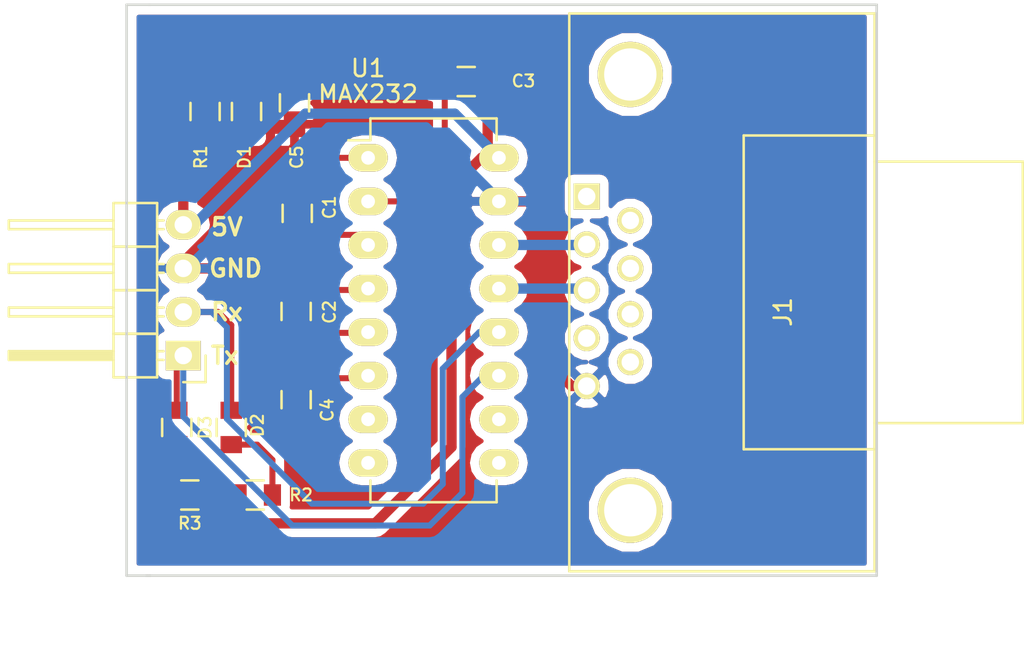
<source format=kicad_pcb>
(kicad_pcb (version 20160815) (host pcbnew 201611211049+7371~55~ubuntu16.10.1-product)

  (general
    (links 26)
    (no_connects 0)
    (area 116.632999 70.739 179.958001 110.441001)
    (thickness 1.6)
    (drawings 12)
    (tracks 90)
    (zones 0)
    (modules 14)
    (nets 16)
  )

  (page A4)
  (layers
    (0 F.Cu signal)
    (31 B.Cu signal)
    (32 B.Adhes user)
    (33 F.Adhes user)
    (34 B.Paste user)
    (35 F.Paste user)
    (36 B.SilkS user)
    (37 F.SilkS user)
    (38 B.Mask user)
    (39 F.Mask user)
    (40 Dwgs.User user)
    (41 Cmts.User user)
    (42 Eco1.User user)
    (43 Eco2.User user)
    (44 Edge.Cuts user)
    (45 Margin user)
    (46 B.CrtYd user)
    (47 F.CrtYd user)
    (48 B.Fab user)
    (49 F.Fab user)
  )

  (setup
    (last_trace_width 0.35)
    (trace_clearance 0.2)
    (zone_clearance 0.508)
    (zone_45_only no)
    (trace_min 0.2)
    (segment_width 0.2)
    (edge_width 0.15)
    (via_size 0.8)
    (via_drill 0.4)
    (via_min_size 0.4)
    (via_min_drill 0.3)
    (uvia_size 0.3)
    (uvia_drill 0.1)
    (uvias_allowed no)
    (uvia_min_size 0.2)
    (uvia_min_drill 0.1)
    (pcb_text_width 0.3)
    (pcb_text_size 1.5 1.5)
    (mod_edge_width 0.15)
    (mod_text_size 1 1)
    (mod_text_width 0.15)
    (pad_size 1.524 1.524)
    (pad_drill 0.762)
    (pad_to_mask_clearance 0.2)
    (aux_axis_origin 0 0)
    (visible_elements FFFFFF7F)
    (pcbplotparams
      (layerselection 0x0d0f0_ffffffff)
      (usegerberextensions false)
      (excludeedgelayer true)
      (linewidth 0.100000)
      (plotframeref false)
      (viasonmask false)
      (mode 1)
      (useauxorigin false)
      (hpglpennumber 1)
      (hpglpenspeed 20)
      (hpglpendiameter 15)
      (psnegative false)
      (psa4output false)
      (plotreference true)
      (plotvalue true)
      (plotinvisibletext false)
      (padsonsilk false)
      (subtractmaskfromsilk false)
      (outputformat 1)
      (mirror false)
      (drillshape 0)
      (scaleselection 1)
      (outputdirectory /home/akshaim/Documents/OpenPLC/KiCAD/RS232/Gerber/))
  )

  (net 0 "")
  (net 1 "Net-(C1-Pad1)")
  (net 2 "Net-(C1-Pad2)")
  (net 3 "Net-(C2-Pad2)")
  (net 4 "Net-(C2-Pad1)")
  (net 5 "Net-(C3-Pad1)")
  (net 6 /5V)
  (net 7 GND)
  (net 8 "Net-(C4-Pad2)")
  (net 9 "Net-(J1-Pad2)")
  (net 10 "Net-(J1-Pad3)")
  (net 11 /RX)
  (net 12 /TX)
  (net 13 "Net-(D1-Pad2)")
  (net 14 "Net-(D2-Pad2)")
  (net 15 "Net-(D3-Pad2)")

  (net_class Default "This is the default net class."
    (clearance 0.2)
    (trace_width 0.35)
    (via_dia 0.8)
    (via_drill 0.4)
    (uvia_dia 0.3)
    (uvia_drill 0.1)
    (add_net /RX)
    (add_net /TX)
    (add_net "Net-(C1-Pad1)")
    (add_net "Net-(C1-Pad2)")
    (add_net "Net-(C2-Pad1)")
    (add_net "Net-(C2-Pad2)")
    (add_net "Net-(C3-Pad1)")
    (add_net "Net-(C4-Pad2)")
    (add_net "Net-(D1-Pad2)")
    (add_net "Net-(D2-Pad2)")
    (add_net "Net-(D3-Pad2)")
  )

  (net_class 232 ""
    (clearance 0.2)
    (trace_width 0.6)
    (via_dia 0.8)
    (via_drill 0.4)
    (uvia_dia 0.3)
    (uvia_drill 0.1)
    (add_net "Net-(J1-Pad2)")
    (add_net "Net-(J1-Pad3)")
  )

  (net_class PWR ""
    (clearance 0.2)
    (trace_width 0.6)
    (via_dia 0.8)
    (via_drill 0.4)
    (uvia_dia 0.3)
    (uvia_drill 0.1)
    (add_net /5V)
    (add_net GND)
  )

  (module Connect:DB9FC (layer F.Cu) (tedit 0) (tstamp 585A7969)
    (at 152.273 87.503 270)
    (descr "Connecteur DB9 femelle couche")
    (tags "CONN DB9")
    (path /58591BA9)
    (fp_text reference J1 (at 1.27 -10.16 270) (layer F.SilkS)
      (effects (font (size 1 1) (thickness 0.15)))
    )
    (fp_text value DB9 (at 1.27 -3.81 270) (layer F.Fab)
      (effects (font (size 1 1) (thickness 0.15)))
    )
    (fp_line (start -16.129 2.286) (end 16.383 2.286) (layer F.SilkS) (width 0.15))
    (fp_line (start 16.383 2.286) (end 16.383 -15.494) (layer F.SilkS) (width 0.15))
    (fp_line (start 16.383 -15.494) (end -16.129 -15.494) (layer F.SilkS) (width 0.15))
    (fp_line (start -16.129 -15.494) (end -16.129 2.286) (layer F.SilkS) (width 0.15))
    (fp_line (start -9.017 -15.494) (end -9.017 -7.874) (layer F.SilkS) (width 0.15))
    (fp_line (start -9.017 -7.874) (end 9.271 -7.874) (layer F.SilkS) (width 0.15))
    (fp_line (start 9.271 -7.874) (end 9.271 -15.494) (layer F.SilkS) (width 0.15))
    (fp_line (start -7.493 -15.494) (end -7.493 -24.13) (layer F.SilkS) (width 0.15))
    (fp_line (start -7.493 -24.13) (end 7.747 -24.13) (layer F.SilkS) (width 0.15))
    (fp_line (start 7.747 -24.13) (end 7.747 -15.494) (layer F.SilkS) (width 0.15))
    (pad "" thru_hole circle (at 12.827 -1.27 270) (size 3.81 3.81) (drill 3.048) (layers *.Cu *.Mask F.SilkS))
    (pad "" thru_hole circle (at -12.573 -1.27 270) (size 3.81 3.81) (drill 3.048) (layers *.Cu *.Mask F.SilkS))
    (pad 1 thru_hole rect (at -5.461 1.27 270) (size 1.524 1.524) (drill 1.016) (layers *.Cu *.Mask F.SilkS))
    (pad 2 thru_hole circle (at -2.667 1.27 270) (size 1.524 1.524) (drill 1.016) (layers *.Cu *.Mask F.SilkS)
      (net 9 "Net-(J1-Pad2)"))
    (pad 3 thru_hole circle (at 0 1.27 270) (size 1.524 1.524) (drill 1.016) (layers *.Cu *.Mask F.SilkS)
      (net 10 "Net-(J1-Pad3)"))
    (pad 4 thru_hole circle (at 2.794 1.27 270) (size 1.524 1.524) (drill 1.016) (layers *.Cu *.Mask F.SilkS))
    (pad 5 thru_hole circle (at 5.588 1.27 270) (size 1.524 1.524) (drill 1.016) (layers *.Cu *.Mask F.SilkS)
      (net 7 GND))
    (pad 6 thru_hole circle (at -4.064 -1.27 270) (size 1.524 1.524) (drill 1.016) (layers *.Cu *.Mask F.SilkS))
    (pad 7 thru_hole circle (at -1.27 -1.27 270) (size 1.524 1.524) (drill 1.016) (layers *.Cu *.Mask F.SilkS))
    (pad 8 thru_hole circle (at 1.397 -1.27 270) (size 1.524 1.524) (drill 1.016) (layers *.Cu *.Mask F.SilkS))
    (pad 9 thru_hole circle (at 4.191 -1.27 270) (size 1.524 1.524) (drill 1.016) (layers *.Cu *.Mask F.SilkS))
    (model Connect.3dshapes/DB9FC.wrl
      (at (xyz 0 0 0))
      (scale (xyz 1 1 1))
      (rotate (xyz 0 0 0))
    )
  )

  (module Capacitors_SMD:C_0805_HandSoldering (layer F.Cu) (tedit 585BC363) (tstamp 585A7942)
    (at 134.14375 83.02625 270)
    (descr "Capacitor SMD 0805, hand soldering")
    (tags "capacitor 0805")
    (path /58591BA1)
    (attr smd)
    (fp_text reference C1 (at -0.34925 -1.87325 270) (layer F.SilkS)
      (effects (font (size 0.7 0.7) (thickness 0.125)))
    )
    (fp_text value 1uF (at 0 2.1 270) (layer F.SilkS) hide
      (effects (font (size 1 1) (thickness 0.15)))
    )
    (fp_line (start -2.3 -1) (end 2.3 -1) (layer F.CrtYd) (width 0.05))
    (fp_line (start -2.3 1) (end 2.3 1) (layer F.CrtYd) (width 0.05))
    (fp_line (start -2.3 -1) (end -2.3 1) (layer F.CrtYd) (width 0.05))
    (fp_line (start 2.3 -1) (end 2.3 1) (layer F.CrtYd) (width 0.05))
    (fp_line (start 0.5 -0.85) (end -0.5 -0.85) (layer F.SilkS) (width 0.15))
    (fp_line (start -0.5 0.85) (end 0.5 0.85) (layer F.SilkS) (width 0.15))
    (pad 1 smd rect (at -1.25 0 270) (size 1.5 1.25) (layers F.Cu F.Paste F.Mask)
      (net 1 "Net-(C1-Pad1)"))
    (pad 2 smd rect (at 1.25 0 270) (size 1.5 1.25) (layers F.Cu F.Paste F.Mask)
      (net 2 "Net-(C1-Pad2)"))
    (model Capacitors_SMD.3dshapes/C_0805_HandSoldering.wrl
      (at (xyz 0 0 0))
      (scale (xyz 1 1 1))
      (rotate (xyz 0 0 0))
    )
  )

  (module Capacitors_SMD:C_0805_HandSoldering (layer F.Cu) (tedit 585BC37A) (tstamp 585A7948)
    (at 134.08025 88.74125 270)
    (descr "Capacitor SMD 0805, hand soldering")
    (tags "capacitor 0805")
    (path /58591BA2)
    (attr smd)
    (fp_text reference C2 (at 0.03175 -1.93675 270) (layer F.SilkS)
      (effects (font (size 0.7 0.7) (thickness 0.125)))
    )
    (fp_text value 1uF (at 0 2.1 270) (layer F.SilkS) hide
      (effects (font (size 1 1) (thickness 0.15)))
    )
    (fp_line (start -0.5 0.85) (end 0.5 0.85) (layer F.SilkS) (width 0.15))
    (fp_line (start 0.5 -0.85) (end -0.5 -0.85) (layer F.SilkS) (width 0.15))
    (fp_line (start 2.3 -1) (end 2.3 1) (layer F.CrtYd) (width 0.05))
    (fp_line (start -2.3 -1) (end -2.3 1) (layer F.CrtYd) (width 0.05))
    (fp_line (start -2.3 1) (end 2.3 1) (layer F.CrtYd) (width 0.05))
    (fp_line (start -2.3 -1) (end 2.3 -1) (layer F.CrtYd) (width 0.05))
    (pad 2 smd rect (at 1.25 0 270) (size 1.5 1.25) (layers F.Cu F.Paste F.Mask)
      (net 3 "Net-(C2-Pad2)"))
    (pad 1 smd rect (at -1.25 0 270) (size 1.5 1.25) (layers F.Cu F.Paste F.Mask)
      (net 4 "Net-(C2-Pad1)"))
    (model Capacitors_SMD.3dshapes/C_0805_HandSoldering.wrl
      (at (xyz 0 0 0))
      (scale (xyz 1 1 1))
      (rotate (xyz 0 0 0))
    )
  )

  (module Capacitors_SMD:C_0805_HandSoldering (layer F.Cu) (tedit 585BC34F) (tstamp 585A794E)
    (at 143.98625 75.34275)
    (descr "Capacitor SMD 0805, hand soldering")
    (tags "capacitor 0805")
    (path /58591BA5)
    (attr smd)
    (fp_text reference C3 (at 3.33375 -0.03175) (layer F.SilkS)
      (effects (font (size 0.7 0.7) (thickness 0.125)))
    )
    (fp_text value 1uF (at 0 2.1) (layer F.SilkS) hide
      (effects (font (size 1 1) (thickness 0.15)))
    )
    (fp_line (start -2.3 -1) (end 2.3 -1) (layer F.CrtYd) (width 0.05))
    (fp_line (start -2.3 1) (end 2.3 1) (layer F.CrtYd) (width 0.05))
    (fp_line (start -2.3 -1) (end -2.3 1) (layer F.CrtYd) (width 0.05))
    (fp_line (start 2.3 -1) (end 2.3 1) (layer F.CrtYd) (width 0.05))
    (fp_line (start 0.5 -0.85) (end -0.5 -0.85) (layer F.SilkS) (width 0.15))
    (fp_line (start -0.5 0.85) (end 0.5 0.85) (layer F.SilkS) (width 0.15))
    (pad 1 smd rect (at -1.25 0) (size 1.5 1.25) (layers F.Cu F.Paste F.Mask)
      (net 5 "Net-(C3-Pad1)"))
    (pad 2 smd rect (at 1.25 0) (size 1.5 1.25) (layers F.Cu F.Paste F.Mask)
      (net 6 /5V))
    (model Capacitors_SMD.3dshapes/C_0805_HandSoldering.wrl
      (at (xyz 0 0 0))
      (scale (xyz 1 1 1))
      (rotate (xyz 0 0 0))
    )
  )

  (module Capacitors_SMD:C_0805_HandSoldering (layer F.Cu) (tedit 585BC395) (tstamp 585A7954)
    (at 134.08025 93.88475 90)
    (descr "Capacitor SMD 0805, hand soldering")
    (tags "capacitor 0805")
    (path /585A3E8D)
    (attr smd)
    (fp_text reference C4 (at -0.60325 1.80975 90) (layer F.SilkS)
      (effects (font (size 0.7 0.7) (thickness 0.125)))
    )
    (fp_text value 1uF (at 0 2.1 90) (layer F.SilkS) hide
      (effects (font (size 1 1) (thickness 0.15)))
    )
    (fp_line (start -2.3 -1) (end 2.3 -1) (layer F.CrtYd) (width 0.05))
    (fp_line (start -2.3 1) (end 2.3 1) (layer F.CrtYd) (width 0.05))
    (fp_line (start -2.3 -1) (end -2.3 1) (layer F.CrtYd) (width 0.05))
    (fp_line (start 2.3 -1) (end 2.3 1) (layer F.CrtYd) (width 0.05))
    (fp_line (start 0.5 -0.85) (end -0.5 -0.85) (layer F.SilkS) (width 0.15))
    (fp_line (start -0.5 0.85) (end 0.5 0.85) (layer F.SilkS) (width 0.15))
    (pad 1 smd rect (at -1.25 0 90) (size 1.5 1.25) (layers F.Cu F.Paste F.Mask)
      (net 7 GND))
    (pad 2 smd rect (at 1.25 0 90) (size 1.5 1.25) (layers F.Cu F.Paste F.Mask)
      (net 8 "Net-(C4-Pad2)"))
    (model Capacitors_SMD.3dshapes/C_0805_HandSoldering.wrl
      (at (xyz 0 0 0))
      (scale (xyz 1 1 1))
      (rotate (xyz 0 0 0))
    )
  )

  (module Capacitors_SMD:C_0805_HandSoldering (layer F.Cu) (tedit 585BC332) (tstamp 585A795A)
    (at 133.985 76.581 270)
    (descr "Capacitor SMD 0805, hand soldering")
    (tags "capacitor 0805")
    (path /58591BA7)
    (attr smd)
    (fp_text reference C5 (at 3.175 -0.127 270) (layer F.SilkS)
      (effects (font (size 0.7 0.7) (thickness 0.125)))
    )
    (fp_text value 1uF (at 0 2.1 270) (layer F.SilkS) hide
      (effects (font (size 1 1) (thickness 0.15)))
    )
    (fp_line (start -0.5 0.85) (end 0.5 0.85) (layer F.SilkS) (width 0.15))
    (fp_line (start 0.5 -0.85) (end -0.5 -0.85) (layer F.SilkS) (width 0.15))
    (fp_line (start 2.3 -1) (end 2.3 1) (layer F.CrtYd) (width 0.05))
    (fp_line (start -2.3 -1) (end -2.3 1) (layer F.CrtYd) (width 0.05))
    (fp_line (start -2.3 1) (end 2.3 1) (layer F.CrtYd) (width 0.05))
    (fp_line (start -2.3 -1) (end 2.3 -1) (layer F.CrtYd) (width 0.05))
    (pad 2 smd rect (at 1.25 0 270) (size 1.5 1.25) (layers F.Cu F.Paste F.Mask)
      (net 7 GND))
    (pad 1 smd rect (at -1.25 0 270) (size 1.5 1.25) (layers F.Cu F.Paste F.Mask)
      (net 6 /5V))
    (model Capacitors_SMD.3dshapes/C_0805_HandSoldering.wrl
      (at (xyz 0 0 0))
      (scale (xyz 1 1 1))
      (rotate (xyz 0 0 0))
    )
  )

  (module Pin_Headers:Pin_Header_Angled_1x04 (layer F.Cu) (tedit 585BB081) (tstamp 585A7971)
    (at 127.508 91.313 180)
    (descr "Through hole pin header")
    (tags "pin header")
    (path /585A30B7)
    (fp_text reference P1 (at -2.667 -2.286 180) (layer F.SilkS) hide
      (effects (font (size 1 1) (thickness 0.15)))
    )
    (fp_text value CONN_01X04 (at 0 -3.1 180) (layer F.SilkS) hide
      (effects (font (size 1 1) (thickness 0.15)))
    )
    (fp_line (start -1.5 -1.75) (end -1.5 9.4) (layer F.CrtYd) (width 0.05))
    (fp_line (start 10.65 -1.75) (end 10.65 9.4) (layer F.CrtYd) (width 0.05))
    (fp_line (start -1.5 -1.75) (end 10.65 -1.75) (layer F.CrtYd) (width 0.05))
    (fp_line (start -1.5 9.4) (end 10.65 9.4) (layer F.CrtYd) (width 0.05))
    (fp_line (start -1.3 -1.55) (end -1.3 0) (layer F.SilkS) (width 0.15))
    (fp_line (start 0 -1.55) (end -1.3 -1.55) (layer F.SilkS) (width 0.15))
    (fp_line (start 4.191 -0.127) (end 10.033 -0.127) (layer F.SilkS) (width 0.15))
    (fp_line (start 10.033 -0.127) (end 10.033 0.127) (layer F.SilkS) (width 0.15))
    (fp_line (start 10.033 0.127) (end 4.191 0.127) (layer F.SilkS) (width 0.15))
    (fp_line (start 4.191 0.127) (end 4.191 0) (layer F.SilkS) (width 0.15))
    (fp_line (start 4.191 0) (end 10.033 0) (layer F.SilkS) (width 0.15))
    (fp_line (start 1.524 -0.254) (end 1.143 -0.254) (layer F.SilkS) (width 0.15))
    (fp_line (start 1.524 0.254) (end 1.143 0.254) (layer F.SilkS) (width 0.15))
    (fp_line (start 1.524 2.286) (end 1.143 2.286) (layer F.SilkS) (width 0.15))
    (fp_line (start 1.524 2.794) (end 1.143 2.794) (layer F.SilkS) (width 0.15))
    (fp_line (start 1.524 4.826) (end 1.143 4.826) (layer F.SilkS) (width 0.15))
    (fp_line (start 1.524 5.334) (end 1.143 5.334) (layer F.SilkS) (width 0.15))
    (fp_line (start 1.524 7.874) (end 1.143 7.874) (layer F.SilkS) (width 0.15))
    (fp_line (start 1.524 7.366) (end 1.143 7.366) (layer F.SilkS) (width 0.15))
    (fp_line (start 1.524 -1.27) (end 4.064 -1.27) (layer F.SilkS) (width 0.15))
    (fp_line (start 1.524 1.27) (end 4.064 1.27) (layer F.SilkS) (width 0.15))
    (fp_line (start 1.524 1.27) (end 1.524 3.81) (layer F.SilkS) (width 0.15))
    (fp_line (start 1.524 3.81) (end 4.064 3.81) (layer F.SilkS) (width 0.15))
    (fp_line (start 4.064 2.286) (end 10.16 2.286) (layer F.SilkS) (width 0.15))
    (fp_line (start 10.16 2.286) (end 10.16 2.794) (layer F.SilkS) (width 0.15))
    (fp_line (start 10.16 2.794) (end 4.064 2.794) (layer F.SilkS) (width 0.15))
    (fp_line (start 4.064 3.81) (end 4.064 1.27) (layer F.SilkS) (width 0.15))
    (fp_line (start 4.064 1.27) (end 4.064 -1.27) (layer F.SilkS) (width 0.15))
    (fp_line (start 10.16 0.254) (end 4.064 0.254) (layer F.SilkS) (width 0.15))
    (fp_line (start 10.16 -0.254) (end 10.16 0.254) (layer F.SilkS) (width 0.15))
    (fp_line (start 4.064 -0.254) (end 10.16 -0.254) (layer F.SilkS) (width 0.15))
    (fp_line (start 1.524 1.27) (end 4.064 1.27) (layer F.SilkS) (width 0.15))
    (fp_line (start 1.524 -1.27) (end 1.524 1.27) (layer F.SilkS) (width 0.15))
    (fp_line (start 1.524 6.35) (end 4.064 6.35) (layer F.SilkS) (width 0.15))
    (fp_line (start 1.524 6.35) (end 1.524 8.89) (layer F.SilkS) (width 0.15))
    (fp_line (start 1.524 8.89) (end 4.064 8.89) (layer F.SilkS) (width 0.15))
    (fp_line (start 4.064 7.366) (end 10.16 7.366) (layer F.SilkS) (width 0.15))
    (fp_line (start 10.16 7.366) (end 10.16 7.874) (layer F.SilkS) (width 0.15))
    (fp_line (start 10.16 7.874) (end 4.064 7.874) (layer F.SilkS) (width 0.15))
    (fp_line (start 4.064 8.89) (end 4.064 6.35) (layer F.SilkS) (width 0.15))
    (fp_line (start 4.064 6.35) (end 4.064 3.81) (layer F.SilkS) (width 0.15))
    (fp_line (start 10.16 5.334) (end 4.064 5.334) (layer F.SilkS) (width 0.15))
    (fp_line (start 10.16 4.826) (end 10.16 5.334) (layer F.SilkS) (width 0.15))
    (fp_line (start 4.064 4.826) (end 10.16 4.826) (layer F.SilkS) (width 0.15))
    (fp_line (start 1.524 6.35) (end 4.064 6.35) (layer F.SilkS) (width 0.15))
    (fp_line (start 1.524 3.81) (end 1.524 6.35) (layer F.SilkS) (width 0.15))
    (fp_line (start 1.524 3.81) (end 4.064 3.81) (layer F.SilkS) (width 0.15))
    (pad 1 thru_hole rect (at 0 0 180) (size 2.032 1.7272) (drill 1.016) (layers *.Cu *.Mask F.SilkS)
      (net 12 /TX))
    (pad 2 thru_hole oval (at 0 2.54 180) (size 2.032 1.7272) (drill 1.016) (layers *.Cu *.Mask F.SilkS)
      (net 11 /RX))
    (pad 3 thru_hole oval (at 0 5.08 180) (size 2.032 1.7272) (drill 1.016) (layers *.Cu *.Mask F.SilkS)
      (net 7 GND))
    (pad 4 thru_hole oval (at 0 7.62 180) (size 2.032 1.7272) (drill 1.016) (layers *.Cu *.Mask F.SilkS)
      (net 6 /5V))
    (model Pin_Headers.3dshapes/Pin_Header_Angled_1x04.wrl
      (at (xyz 0 -0.15 0))
      (scale (xyz 1 1 1))
      (rotate (xyz 0 0 90))
    )
  )

  (module Housings_DIP:DIP-16_W7.62mm_LongPads (layer F.Cu) (tedit 585A7AED) (tstamp 585A7985)
    (at 138.27125 79.78775)
    (descr "16-lead dip package, row spacing 7.62 mm (300 mils), longer pads")
    (tags "dil dip 2.54 300")
    (path /58591BA0)
    (fp_text reference U1 (at 0 -5.22) (layer F.SilkS)
      (effects (font (size 1 1) (thickness 0.15)))
    )
    (fp_text value MAX232 (at 0 -3.72) (layer F.SilkS)
      (effects (font (size 1 1) (thickness 0.15)))
    )
    (fp_line (start -1.4 -2.45) (end -1.4 20.25) (layer F.CrtYd) (width 0.05))
    (fp_line (start 9 -2.45) (end 9 20.25) (layer F.CrtYd) (width 0.05))
    (fp_line (start -1.4 -2.45) (end 9 -2.45) (layer F.CrtYd) (width 0.05))
    (fp_line (start -1.4 20.25) (end 9 20.25) (layer F.CrtYd) (width 0.05))
    (fp_line (start 0.135 -2.295) (end 0.135 -1.025) (layer F.SilkS) (width 0.15))
    (fp_line (start 7.485 -2.295) (end 7.485 -1.025) (layer F.SilkS) (width 0.15))
    (fp_line (start 7.485 20.075) (end 7.485 18.805) (layer F.SilkS) (width 0.15))
    (fp_line (start 0.135 20.075) (end 0.135 18.805) (layer F.SilkS) (width 0.15))
    (fp_line (start 0.135 -2.295) (end 7.485 -2.295) (layer F.SilkS) (width 0.15))
    (fp_line (start 0.135 20.075) (end 7.485 20.075) (layer F.SilkS) (width 0.15))
    (fp_line (start 0.135 -1.025) (end -1.15 -1.025) (layer F.SilkS) (width 0.15))
    (pad 1 thru_hole oval (at 0 0) (size 2.3 1.6) (drill 0.8) (layers *.Cu *.Mask F.SilkS)
      (net 1 "Net-(C1-Pad1)"))
    (pad 2 thru_hole oval (at 0 2.54) (size 2.3 1.6) (drill 0.8) (layers *.Cu *.Mask F.SilkS)
      (net 5 "Net-(C3-Pad1)"))
    (pad 3 thru_hole oval (at 0 5.08) (size 2.3 1.6) (drill 0.8) (layers *.Cu *.Mask F.SilkS)
      (net 2 "Net-(C1-Pad2)"))
    (pad 4 thru_hole oval (at 0 7.62) (size 2.3 1.6) (drill 0.8) (layers *.Cu *.Mask F.SilkS)
      (net 4 "Net-(C2-Pad1)"))
    (pad 5 thru_hole oval (at 0 10.16) (size 2.3 1.6) (drill 0.8) (layers *.Cu *.Mask F.SilkS)
      (net 3 "Net-(C2-Pad2)"))
    (pad 6 thru_hole oval (at 0 12.7) (size 2.3 1.6) (drill 0.8) (layers *.Cu *.Mask F.SilkS)
      (net 8 "Net-(C4-Pad2)"))
    (pad 7 thru_hole oval (at 0 15.24) (size 2.3 1.6) (drill 0.8) (layers *.Cu *.Mask F.SilkS))
    (pad 8 thru_hole oval (at 0 17.78) (size 2.3 1.6) (drill 0.8) (layers *.Cu *.Mask F.SilkS))
    (pad 9 thru_hole oval (at 7.62 17.78) (size 2.3 1.6) (drill 0.8) (layers *.Cu *.Mask F.SilkS))
    (pad 10 thru_hole oval (at 7.62 15.24) (size 2.3 1.6) (drill 0.8) (layers *.Cu *.Mask F.SilkS))
    (pad 11 thru_hole oval (at 7.62 12.7) (size 2.3 1.6) (drill 0.8) (layers *.Cu *.Mask F.SilkS)
      (net 12 /TX))
    (pad 12 thru_hole oval (at 7.62 10.16) (size 2.3 1.6) (drill 0.8) (layers *.Cu *.Mask F.SilkS)
      (net 11 /RX))
    (pad 13 thru_hole oval (at 7.62 7.62) (size 2.3 1.6) (drill 0.8) (layers *.Cu *.Mask F.SilkS)
      (net 10 "Net-(J1-Pad3)"))
    (pad 14 thru_hole oval (at 7.62 5.08) (size 2.3 1.6) (drill 0.8) (layers *.Cu *.Mask F.SilkS)
      (net 9 "Net-(J1-Pad2)"))
    (pad 15 thru_hole oval (at 7.62 2.54) (size 2.3 1.6) (drill 0.8) (layers *.Cu *.Mask F.SilkS)
      (net 7 GND))
    (pad 16 thru_hole oval (at 7.62 0) (size 2.3 1.6) (drill 0.8) (layers *.Cu *.Mask F.SilkS)
      (net 6 /5V))
    (model Housings_DIP.3dshapes/DIP-16_W7.62mm_LongPads.wrl
      (at (xyz 0 0 0))
      (scale (xyz 1 1 1))
      (rotate (xyz 0 0 0))
    )
  )

  (module Capacitors_SMD:C_0805 (layer F.Cu) (tedit 585BC025) (tstamp 585BAF45)
    (at 131.191 77.089 90)
    (descr "Capacitor SMD 0805, reflow soldering, AVX (see smccp.pdf)")
    (tags "capacitor 0805")
    (path /585BABAB)
    (attr smd)
    (fp_text reference D1 (at -2.667 -0.127 90) (layer F.SilkS)
      (effects (font (size 0.7 0.7) (thickness 0.125)))
    )
    (fp_text value LED (at 0 2.1 90) (layer F.SilkS) hide
      (effects (font (size 1 1) (thickness 0.15)))
    )
    (fp_line (start -1.8 -1) (end 1.8 -1) (layer F.CrtYd) (width 0.05))
    (fp_line (start -1.8 1) (end 1.8 1) (layer F.CrtYd) (width 0.05))
    (fp_line (start -1.8 -1) (end -1.8 1) (layer F.CrtYd) (width 0.05))
    (fp_line (start 1.8 -1) (end 1.8 1) (layer F.CrtYd) (width 0.05))
    (fp_line (start 0.5 -0.85) (end -0.5 -0.85) (layer F.SilkS) (width 0.15))
    (fp_line (start -0.5 0.85) (end 0.5 0.85) (layer F.SilkS) (width 0.15))
    (pad 1 smd rect (at -1 0 90) (size 1 1.25) (layers F.Cu F.Paste F.Mask)
      (net 7 GND))
    (pad 2 smd rect (at 1 0 90) (size 1 1.25) (layers F.Cu F.Paste F.Mask)
      (net 13 "Net-(D1-Pad2)"))
    (model Capacitors_SMD.3dshapes/C_0805.wrl
      (at (xyz 0 0 0))
      (scale (xyz 1 1 1))
      (rotate (xyz 0 0 0))
    )
  )

  (module Capacitors_SMD:C_0805 (layer F.Cu) (tedit 585BB24D) (tstamp 585BAF4B)
    (at 130.302 95.504 270)
    (descr "Capacitor SMD 0805, reflow soldering, AVX (see smccp.pdf)")
    (tags "capacitor 0805")
    (path /585BAAFC)
    (attr smd)
    (fp_text reference D2 (at -0.127 -1.524 270) (layer F.SilkS)
      (effects (font (size 0.7 0.7) (thickness 0.125)))
    )
    (fp_text value LED (at 0 2.1 270) (layer F.SilkS) hide
      (effects (font (size 1 1) (thickness 0.15)))
    )
    (fp_line (start -1.8 -1) (end 1.8 -1) (layer F.CrtYd) (width 0.05))
    (fp_line (start -1.8 1) (end 1.8 1) (layer F.CrtYd) (width 0.05))
    (fp_line (start -1.8 -1) (end -1.8 1) (layer F.CrtYd) (width 0.05))
    (fp_line (start 1.8 -1) (end 1.8 1) (layer F.CrtYd) (width 0.05))
    (fp_line (start 0.5 -0.85) (end -0.5 -0.85) (layer F.SilkS) (width 0.15))
    (fp_line (start -0.5 0.85) (end 0.5 0.85) (layer F.SilkS) (width 0.15))
    (pad 1 smd rect (at -1 0 270) (size 1 1.25) (layers F.Cu F.Paste F.Mask)
      (net 11 /RX))
    (pad 2 smd rect (at 1 0 270) (size 1 1.25) (layers F.Cu F.Paste F.Mask)
      (net 14 "Net-(D2-Pad2)"))
    (model Capacitors_SMD.3dshapes/C_0805.wrl
      (at (xyz 0 0 0))
      (scale (xyz 1 1 1))
      (rotate (xyz 0 0 0))
    )
  )

  (module Capacitors_SMD:C_0805 (layer F.Cu) (tedit 585BB119) (tstamp 585BAF51)
    (at 127.127 95.504 270)
    (descr "Capacitor SMD 0805, reflow soldering, AVX (see smccp.pdf)")
    (tags "capacitor 0805")
    (path /585BAB35)
    (attr smd)
    (fp_text reference D3 (at 0 -1.651 270) (layer F.SilkS)
      (effects (font (size 0.7 0.7) (thickness 0.125)))
    )
    (fp_text value LED (at 0 2.1 270) (layer F.SilkS) hide
      (effects (font (size 1 1) (thickness 0.15)))
    )
    (fp_line (start -0.5 0.85) (end 0.5 0.85) (layer F.SilkS) (width 0.15))
    (fp_line (start 0.5 -0.85) (end -0.5 -0.85) (layer F.SilkS) (width 0.15))
    (fp_line (start 1.8 -1) (end 1.8 1) (layer F.CrtYd) (width 0.05))
    (fp_line (start -1.8 -1) (end -1.8 1) (layer F.CrtYd) (width 0.05))
    (fp_line (start -1.8 1) (end 1.8 1) (layer F.CrtYd) (width 0.05))
    (fp_line (start -1.8 -1) (end 1.8 -1) (layer F.CrtYd) (width 0.05))
    (pad 2 smd rect (at 1 0 270) (size 1 1.25) (layers F.Cu F.Paste F.Mask)
      (net 15 "Net-(D3-Pad2)"))
    (pad 1 smd rect (at -1 0 270) (size 1 1.25) (layers F.Cu F.Paste F.Mask)
      (net 12 /TX))
    (model Capacitors_SMD.3dshapes/C_0805.wrl
      (at (xyz 0 0 0))
      (scale (xyz 1 1 1))
      (rotate (xyz 0 0 0))
    )
  )

  (module Capacitors_SMD:C_0805 (layer F.Cu) (tedit 585BB37A) (tstamp 585BAF57)
    (at 128.778 77.089 90)
    (descr "Capacitor SMD 0805, reflow soldering, AVX (see smccp.pdf)")
    (tags "capacitor 0805")
    (path /585BADAE)
    (attr smd)
    (fp_text reference R1 (at -2.667 -0.254 90) (layer F.SilkS)
      (effects (font (size 0.7 0.7) (thickness 0.125)))
    )
    (fp_text value 1K (at 0 2.1 180) (layer F.SilkS) hide
      (effects (font (size 1 1) (thickness 0.15)))
    )
    (fp_line (start -0.5 0.85) (end 0.5 0.85) (layer F.SilkS) (width 0.15))
    (fp_line (start 0.5 -0.85) (end -0.5 -0.85) (layer F.SilkS) (width 0.15))
    (fp_line (start 1.8 -1) (end 1.8 1) (layer F.CrtYd) (width 0.05))
    (fp_line (start -1.8 -1) (end -1.8 1) (layer F.CrtYd) (width 0.05))
    (fp_line (start -1.8 1) (end 1.8 1) (layer F.CrtYd) (width 0.05))
    (fp_line (start -1.8 -1) (end 1.8 -1) (layer F.CrtYd) (width 0.05))
    (pad 2 smd rect (at 1 0 90) (size 1 1.25) (layers F.Cu F.Paste F.Mask)
      (net 13 "Net-(D1-Pad2)"))
    (pad 1 smd rect (at -1 0 90) (size 1 1.25) (layers F.Cu F.Paste F.Mask)
      (net 6 /5V))
    (model Capacitors_SMD.3dshapes/C_0805.wrl
      (at (xyz 0 0 0))
      (scale (xyz 1 1 1))
      (rotate (xyz 0 0 0))
    )
  )

  (module Capacitors_SMD:C_0805 (layer F.Cu) (tedit 585BC0FE) (tstamp 585BAF5D)
    (at 131.699 99.441)
    (descr "Capacitor SMD 0805, reflow soldering, AVX (see smccp.pdf)")
    (tags "capacitor 0805")
    (path /585BAE0B)
    (attr smd)
    (fp_text reference R2 (at 2.667 0) (layer F.SilkS)
      (effects (font (size 0.7 0.7) (thickness 0.125)))
    )
    (fp_text value 1K (at 0 2.1) (layer F.SilkS) hide
      (effects (font (size 1 1) (thickness 0.15)))
    )
    (fp_line (start -1.8 -1) (end 1.8 -1) (layer F.CrtYd) (width 0.05))
    (fp_line (start -1.8 1) (end 1.8 1) (layer F.CrtYd) (width 0.05))
    (fp_line (start -1.8 -1) (end -1.8 1) (layer F.CrtYd) (width 0.05))
    (fp_line (start 1.8 -1) (end 1.8 1) (layer F.CrtYd) (width 0.05))
    (fp_line (start 0.5 -0.85) (end -0.5 -0.85) (layer F.SilkS) (width 0.15))
    (fp_line (start -0.5 0.85) (end 0.5 0.85) (layer F.SilkS) (width 0.15))
    (pad 1 smd rect (at -1 0) (size 1 1.25) (layers F.Cu F.Paste F.Mask)
      (net 6 /5V))
    (pad 2 smd rect (at 1 0) (size 1 1.25) (layers F.Cu F.Paste F.Mask)
      (net 14 "Net-(D2-Pad2)"))
    (model Capacitors_SMD.3dshapes/C_0805.wrl
      (at (xyz 0 0 0))
      (scale (xyz 1 1 1))
      (rotate (xyz 0 0 0))
    )
  )

  (module Capacitors_SMD:C_0805 (layer F.Cu) (tedit 585BB15B) (tstamp 585BAF63)
    (at 127.889 99.441 180)
    (descr "Capacitor SMD 0805, reflow soldering, AVX (see smccp.pdf)")
    (tags "capacitor 0805")
    (path /585BAE52)
    (attr smd)
    (fp_text reference R3 (at 0 -1.651 180) (layer F.SilkS)
      (effects (font (size 0.7 0.7) (thickness 0.125)))
    )
    (fp_text value 1K (at 0 2.1 180) (layer F.SilkS) hide
      (effects (font (size 1 1) (thickness 0.15)))
    )
    (fp_line (start -0.5 0.85) (end 0.5 0.85) (layer F.SilkS) (width 0.15))
    (fp_line (start 0.5 -0.85) (end -0.5 -0.85) (layer F.SilkS) (width 0.15))
    (fp_line (start 1.8 -1) (end 1.8 1) (layer F.CrtYd) (width 0.05))
    (fp_line (start -1.8 -1) (end -1.8 1) (layer F.CrtYd) (width 0.05))
    (fp_line (start -1.8 1) (end 1.8 1) (layer F.CrtYd) (width 0.05))
    (fp_line (start -1.8 -1) (end 1.8 -1) (layer F.CrtYd) (width 0.05))
    (pad 2 smd rect (at 1 0 180) (size 1 1.25) (layers F.Cu F.Paste F.Mask)
      (net 15 "Net-(D3-Pad2)"))
    (pad 1 smd rect (at -1 0 180) (size 1 1.25) (layers F.Cu F.Paste F.Mask)
      (net 6 /5V))
    (model Capacitors_SMD.3dshapes/C_0805.wrl
      (at (xyz 0 0 0))
      (scale (xyz 1 1 1))
      (rotate (xyz 0 0 0))
    )
  )

  (dimension 33.401 (width 0.3) (layer Cmts.User)
    (gr_text "33.401 mm" (at 173.308 87.4395 270) (layer Cmts.User) (tstamp 5864BD0D)
      (effects (font (size 1.5 1.5) (thickness 0.3)))
    )
    (feature1 (pts (xy 167.894 104.14) (xy 174.658 104.14)))
    (feature2 (pts (xy 167.894 70.739) (xy 174.658 70.739)))
    (crossbar (pts (xy 171.958 70.739) (xy 171.958 104.14)))
    (arrow1a (pts (xy 171.958 104.14) (xy 171.371579 103.013496)))
    (arrow1b (pts (xy 171.958 104.14) (xy 172.544421 103.013496)))
    (arrow2a (pts (xy 171.958 70.739) (xy 171.371579 71.865504)))
    (arrow2b (pts (xy 171.958 70.739) (xy 172.544421 71.865504)))
  )
  (dimension 43.688 (width 0.3) (layer Cmts.User)
    (gr_text "43.688 mm" (at 146.05 109.046) (layer Cmts.User) (tstamp 5864BD0E)
      (effects (font (size 1.5 1.5) (thickness 0.3)))
    )
    (feature1 (pts (xy 167.894 104.14) (xy 167.894 110.396)))
    (feature2 (pts (xy 124.206 104.14) (xy 124.206 110.396)))
    (crossbar (pts (xy 124.206 107.696) (xy 167.894 107.696)))
    (arrow1a (pts (xy 167.894 107.696) (xy 166.767496 108.282421)))
    (arrow1b (pts (xy 167.894 107.696) (xy 166.767496 107.109579)))
    (arrow2a (pts (xy 124.206 107.696) (xy 125.332504 108.282421)))
    (arrow2b (pts (xy 124.206 107.696) (xy 125.332504 107.109579)))
  )
  (gr_line (start 124.206 104.14) (end 124.206 70.866) (angle 90) (layer Edge.Cuts) (width 0.15))
  (gr_line (start 125.603 104.14) (end 124.206 104.14) (angle 90) (layer Edge.Cuts) (width 0.15))
  (gr_line (start 125.603 70.866) (end 124.206 70.866) (angle 90) (layer Edge.Cuts) (width 0.15))
  (gr_line (start 167.894 104.14) (end 125.349 104.14) (angle 90) (layer Edge.Cuts) (width 0.15))
  (gr_line (start 167.894 70.866) (end 167.894 104.14) (angle 90) (layer Edge.Cuts) (width 0.15))
  (gr_line (start 125.476 70.866) (end 167.894 70.866) (angle 90) (layer Edge.Cuts) (width 0.15))
  (gr_text Tx (at 129.921 91.313) (layer F.SilkS) (tstamp 585A8283)
    (effects (font (size 1 1) (thickness 0.2)))
  )
  (gr_text Rx (at 130.048 88.773) (layer F.SilkS) (tstamp 585A827D)
    (effects (font (size 1 1) (thickness 0.2)))
  )
  (gr_text GND (at 130.556 86.233) (layer F.SilkS) (tstamp 585A8275)
    (effects (font (size 1 1) (thickness 0.2)))
  )
  (gr_text 5V (at 130.048 83.82) (layer F.SilkS)
    (effects (font (size 1 1) (thickness 0.2)))
  )

  (segment (start 138.27125 79.78775) (end 136.13225 79.78775) (width 0.35) (layer F.Cu) (net 1) (status 10))
  (segment (start 136.13225 79.78775) (end 134.14375 81.77625) (width 0.35) (layer F.Cu) (net 1) (tstamp 585A7C9E) (status 20))
  (segment (start 134.14375 84.27625) (end 137.67975 84.27625) (width 0.35) (layer F.Cu) (net 2) (status 30))
  (segment (start 137.67975 84.27625) (end 138.27125 84.86775) (width 0.35) (layer F.Cu) (net 2) (tstamp 585A7CA2) (status 30))
  (segment (start 134.08025 89.99125) (end 138.22775 89.99125) (width 0.35) (layer F.Cu) (net 3) (status 30))
  (segment (start 138.22775 89.99125) (end 138.27125 89.94775) (width 0.35) (layer F.Cu) (net 3) (tstamp 585A7CAB) (status 30))
  (segment (start 134.08025 87.49125) (end 138.18775 87.49125) (width 0.35) (layer F.Cu) (net 4) (status 30))
  (segment (start 138.18775 87.49125) (end 138.27125 87.40775) (width 0.35) (layer F.Cu) (net 4) (tstamp 585A7CA7) (status 30))
  (segment (start 142.73625 75.34275) (end 142.73625 80.33925) (width 0.35) (layer F.Cu) (net 5) (status 10))
  (segment (start 140.74775 82.32775) (end 138.27125 82.32775) (width 0.35) (layer F.Cu) (net 5) (tstamp 585A7CC2) (status 20))
  (segment (start 142.73625 80.33925) (end 140.74775 82.32775) (width 0.35) (layer F.Cu) (net 5) (tstamp 585A7CBD))
  (segment (start 127.508 83.693) (end 127.508 79.359) (width 0.6) (layer F.Cu) (net 6))
  (segment (start 127.508 79.359) (end 128.778 78.089) (width 0.6) (layer F.Cu) (net 6) (tstamp 585BC0BD))
  (segment (start 128.778 78.089) (end 127.619 78.089) (width 0.6) (layer F.Cu) (net 6))
  (segment (start 127.619 78.089) (end 126.873 77.343) (width 0.6) (layer F.Cu) (net 6) (tstamp 585BC0AA))
  (segment (start 126.873 77.343) (end 126.873 75.184) (width 0.6) (layer F.Cu) (net 6) (tstamp 585BC0AB))
  (segment (start 126.873 75.184) (end 127.889 74.168) (width 0.6) (layer F.Cu) (net 6) (tstamp 585BC0AD))
  (segment (start 127.889 74.168) (end 132.822 74.168) (width 0.6) (layer F.Cu) (net 6) (tstamp 585BC0AF))
  (segment (start 132.822 74.168) (end 133.985 75.331) (width 0.6) (layer F.Cu) (net 6) (tstamp 585BC0B2))
  (segment (start 127.508 83.693) (end 128.143 83.693) (width 0.6) (layer B.Cu) (net 6))
  (segment (start 128.143 83.693) (end 134.62 77.216) (width 0.6) (layer B.Cu) (net 6) (tstamp 585BC05B))
  (segment (start 134.62 77.216) (end 143.3195 77.216) (width 0.6) (layer B.Cu) (net 6) (tstamp 585BC05C))
  (segment (start 143.3195 77.216) (end 145.89125 79.78775) (width 0.6) (layer B.Cu) (net 6) (tstamp 585BC05E))
  (segment (start 130.699 99.441) (end 130.699 100.219) (width 0.6) (layer F.Cu) (net 6))
  (segment (start 143.129 81.534) (end 144.87525 79.78775) (width 0.6) (layer F.Cu) (net 6) (tstamp 585BB2B6))
  (segment (start 143.129 96.647) (end 143.129 81.534) (width 0.6) (layer F.Cu) (net 6) (tstamp 585BB2B2))
  (segment (start 138.684 101.092) (end 143.129 96.647) (width 0.6) (layer F.Cu) (net 6) (tstamp 585BB2AF))
  (segment (start 131.572 101.092) (end 138.684 101.092) (width 0.6) (layer F.Cu) (net 6) (tstamp 585BB2AA))
  (segment (start 130.699 100.219) (end 131.572 101.092) (width 0.6) (layer F.Cu) (net 6) (tstamp 585BB2A5))
  (segment (start 144.87525 79.78775) (end 145.89125 79.78775) (width 0.6) (layer F.Cu) (net 6) (tstamp 585BB2B7))
  (segment (start 128.889 99.441) (end 130.699 99.441) (width 0.6) (layer F.Cu) (net 6))
  (segment (start 145.00225 79.78775) (end 145.89125 79.78775) (width 0.6) (layer F.Cu) (net 6) (tstamp 585BB1EB))
  (segment (start 145.93475 79.74425) (end 145.89125 79.78775) (width 0.6) (layer F.Cu) (net 6) (tstamp 585A7CC9) (status 30))
  (segment (start 145.23625 75.34275) (end 145.23625 79.13275) (width 0.6) (layer F.Cu) (net 6) (status 30))
  (segment (start 145.23625 79.13275) (end 145.89125 79.78775) (width 0.6) (layer F.Cu) (net 6) (tstamp 585A7CC6) (status 30))
  (segment (start 131.191 78.089) (end 133.727 78.089) (width 0.6) (layer F.Cu) (net 7))
  (segment (start 133.727 78.089) (end 133.985 77.831) (width 0.6) (layer F.Cu) (net 7) (tstamp 585BC0A2))
  (segment (start 127.508 86.233) (end 127.508 85.852) (width 0.6) (layer F.Cu) (net 7))
  (segment (start 127.508 85.852) (end 131.191 82.169) (width 0.6) (layer F.Cu) (net 7) (tstamp 585BC09C))
  (segment (start 131.191 82.169) (end 131.191 78.089) (width 0.6) (layer F.Cu) (net 7) (tstamp 585BC09D))
  (segment (start 145.89125 82.32775) (end 145.89125 82.26425) (width 0.6) (layer B.Cu) (net 7))
  (segment (start 145.89125 82.26425) (end 141.643002 78.016002) (width 0.6) (layer B.Cu) (net 7) (tstamp 585BC077))
  (segment (start 135.978998 78.016002) (end 127.762 86.233) (width 0.6) (layer B.Cu) (net 7) (tstamp 585BC07C))
  (segment (start 141.643002 78.016002) (end 135.978998 78.016002) (width 0.6) (layer B.Cu) (net 7) (tstamp 585BC079))
  (segment (start 127.762 86.233) (end 127.508 86.233) (width 0.6) (layer B.Cu) (net 7) (tstamp 585BC080))
  (segment (start 127.508 86.233) (end 129.159 86.233) (width 0.6) (layer F.Cu) (net 7))
  (segment (start 129.159 86.233) (end 132.334 89.408) (width 0.6) (layer F.Cu) (net 7) (tstamp 585BB1AF))
  (segment (start 132.85375 95.13475) (end 134.08025 95.13475) (width 0.6) (layer F.Cu) (net 7) (tstamp 585BB1B6))
  (segment (start 132.334 94.615) (end 132.85375 95.13475) (width 0.6) (layer F.Cu) (net 7) (tstamp 585BB1B4))
  (segment (start 132.334 89.408) (end 132.334 94.615) (width 0.6) (layer F.Cu) (net 7) (tstamp 585BB1B1))
  (segment (start 151.003 93.091) (end 150.114 93.091) (width 0.6) (layer F.Cu) (net 7) (status 10))
  (segment (start 147.85975 82.32775) (end 145.89125 82.32775) (width 0.6) (layer F.Cu) (net 7) (tstamp 585A8098) (status 20))
  (segment (start 148.717 83.185) (end 147.85975 82.32775) (width 0.6) (layer F.Cu) (net 7) (tstamp 585A8097))
  (segment (start 148.717 91.694) (end 148.717 83.185) (width 0.6) (layer F.Cu) (net 7) (tstamp 585A8096))
  (segment (start 150.114 93.091) (end 148.717 91.694) (width 0.6) (layer F.Cu) (net 7) (tstamp 585A8095))
  (segment (start 145.97475 82.24425) (end 145.89125 82.32775) (width 0.6) (layer F.Cu) (net 7) (tstamp 585A7CCC) (status 30))
  (segment (start 134.08025 92.63475) (end 138.12425 92.63475) (width 0.35) (layer F.Cu) (net 8) (status 30))
  (segment (start 138.12425 92.63475) (end 138.27125 92.48775) (width 0.35) (layer F.Cu) (net 8) (tstamp 585A7CB2) (status 30))
  (segment (start 145.89125 84.86775) (end 150.97125 84.86775) (width 0.6) (layer B.Cu) (net 9) (status 30))
  (segment (start 150.97125 84.86775) (end 151.003 84.836) (width 0.6) (layer B.Cu) (net 9) (tstamp 585A8060) (status 30))
  (segment (start 145.89125 87.40775) (end 150.90775 87.40775) (width 0.6) (layer B.Cu) (net 10) (status 30))
  (segment (start 150.90775 87.40775) (end 151.003 87.503) (width 0.6) (layer B.Cu) (net 10) (tstamp 585A8063) (status 30))
  (segment (start 130.302 94.504) (end 130.302 89.535) (width 0.35) (layer F.Cu) (net 11))
  (segment (start 129.54 88.773) (end 127.508 88.773) (width 0.35) (layer F.Cu) (net 11) (tstamp 585BB27F))
  (segment (start 130.302 89.535) (end 129.54 88.773) (width 0.35) (layer F.Cu) (net 11) (tstamp 585BB27E))
  (segment (start 145.89125 89.94775) (end 144.74825 89.94775) (width 0.35) (layer B.Cu) (net 11) (status 30))
  (segment (start 144.74825 89.94775) (end 142.621 92.075) (width 0.35) (layer B.Cu) (net 11) (tstamp 585A8072) (status 10))
  (segment (start 142.621 92.075) (end 142.621 98.806) (width 0.35) (layer B.Cu) (net 11) (tstamp 585A8073))
  (segment (start 142.621 98.806) (end 141.478 99.949) (width 0.35) (layer B.Cu) (net 11) (tstamp 585A8075))
  (segment (start 141.478 99.949) (end 135.001 99.949) (width 0.35) (layer B.Cu) (net 11) (tstamp 585A8076))
  (segment (start 135.001 99.949) (end 130.048 94.996) (width 0.35) (layer B.Cu) (net 11) (tstamp 585A8077))
  (segment (start 130.048 94.996) (end 130.048 89.662) (width 0.35) (layer B.Cu) (net 11) (tstamp 585A8079))
  (segment (start 130.048 89.662) (end 129.159 88.773) (width 0.35) (layer B.Cu) (net 11) (tstamp 585A807B))
  (segment (start 129.159 88.773) (end 127.508 88.773) (width 0.35) (layer B.Cu) (net 11) (tstamp 585A807C) (status 20))
  (segment (start 127.127 94.504) (end 127.127 91.694) (width 0.35) (layer F.Cu) (net 12))
  (segment (start 127.127 91.694) (end 127.508 91.313) (width 0.35) (layer F.Cu) (net 12) (tstamp 585BB27B))
  (segment (start 145.89125 92.48775) (end 145.00225 92.48775) (width 0.35) (layer B.Cu) (net 12) (status 30))
  (segment (start 145.00225 92.48775) (end 143.764 93.726) (width 0.35) (layer B.Cu) (net 12) (tstamp 585A8066) (status 10))
  (segment (start 143.764 93.726) (end 143.764 99.314) (width 0.35) (layer B.Cu) (net 12) (tstamp 585A8067))
  (segment (start 143.764 99.314) (end 141.859 101.219) (width 0.35) (layer B.Cu) (net 12) (tstamp 585A8068))
  (segment (start 141.859 101.219) (end 133.858 101.219) (width 0.35) (layer B.Cu) (net 12) (tstamp 585A806A))
  (segment (start 133.858 101.219) (end 127.508 94.869) (width 0.35) (layer B.Cu) (net 12) (tstamp 585A806C))
  (segment (start 127.508 94.869) (end 127.508 91.313) (width 0.35) (layer B.Cu) (net 12) (tstamp 585A806E) (status 20))
  (segment (start 131.191 76.089) (end 128.778 76.089) (width 0.35) (layer F.Cu) (net 13))
  (segment (start 130.302 96.504) (end 131.81 96.504) (width 0.35) (layer F.Cu) (net 14))
  (segment (start 132.699 97.393) (end 132.699 99.441) (width 0.35) (layer F.Cu) (net 14) (tstamp 585BB286))
  (segment (start 131.81 96.504) (end 132.699 97.393) (width 0.35) (layer F.Cu) (net 14) (tstamp 585BB285))
  (segment (start 127.127 96.504) (end 127.127 99.203) (width 0.35) (layer F.Cu) (net 15))
  (segment (start 127.127 99.203) (end 126.889 99.441) (width 0.35) (layer F.Cu) (net 15) (tstamp 585BB282))
  (segment (start 127.127 96.774) (end 127.127 96.758) (width 0.35) (layer F.Cu) (net 15) (tstamp 585BB204))

  (zone (net 7) (net_name GND) (layer F.Cu) (tstamp 585BC271) (hatch edge 0.508)
    (connect_pads (clearance 0.508))
    (min_thickness 0.254)
    (fill yes (arc_segments 16) (thermal_gap 0.508) (thermal_bridge_width 0.508))
    (polygon
      (pts
        (xy 167.513 103.759) (xy 124.587 103.759) (xy 124.587 71.247) (xy 167.513 71.247)
      )
    )
    (filled_polygon
      (pts
        (xy 167.184 103.43) (xy 124.916 103.43) (xy 124.916 98.816) (xy 125.74156 98.816) (xy 125.74156 100.066)
        (xy 125.790843 100.313765) (xy 125.931191 100.523809) (xy 126.141235 100.664157) (xy 126.389 100.71344) (xy 127.389 100.71344)
        (xy 127.636765 100.664157) (xy 127.846809 100.523809) (xy 127.889 100.460666) (xy 127.931191 100.523809) (xy 128.141235 100.664157)
        (xy 128.389 100.71344) (xy 129.389 100.71344) (xy 129.636765 100.664157) (xy 129.794 100.559095) (xy 129.846999 100.594508)
        (xy 130.037855 100.880145) (xy 130.910855 101.753145) (xy 131.214191 101.955827) (xy 131.572 102.027) (xy 138.684 102.027)
        (xy 139.041809 101.955827) (xy 139.345145 101.753145) (xy 140.265269 100.833021) (xy 151.00256 100.833021) (xy 151.388437 101.766915)
        (xy 152.102327 102.482052) (xy 153.035546 102.869559) (xy 154.046021 102.87044) (xy 154.979915 102.484563) (xy 155.695052 101.770673)
        (xy 156.082559 100.837454) (xy 156.08344 99.826979) (xy 155.697563 98.893085) (xy 154.983673 98.177948) (xy 154.050454 97.790441)
        (xy 153.039979 97.78956) (xy 152.106085 98.175437) (xy 151.390948 98.889327) (xy 151.003441 99.822546) (xy 151.00256 100.833021)
        (xy 140.265269 100.833021) (xy 143.790145 97.308145) (xy 143.992827 97.004809) (xy 144.064 96.647) (xy 144.064 84.86775)
        (xy 144.07128 84.86775) (xy 144.180513 85.416901) (xy 144.491582 85.882448) (xy 144.873668 86.13775) (xy 144.491582 86.393052)
        (xy 144.180513 86.858599) (xy 144.07128 87.40775) (xy 144.180513 87.956901) (xy 144.491582 88.422448) (xy 144.873668 88.67775)
        (xy 144.491582 88.933052) (xy 144.180513 89.398599) (xy 144.07128 89.94775) (xy 144.180513 90.496901) (xy 144.491582 90.962448)
        (xy 144.873668 91.21775) (xy 144.491582 91.473052) (xy 144.180513 91.938599) (xy 144.07128 92.48775) (xy 144.180513 93.036901)
        (xy 144.491582 93.502448) (xy 144.873668 93.75775) (xy 144.491582 94.013052) (xy 144.180513 94.478599) (xy 144.07128 95.02775)
        (xy 144.180513 95.576901) (xy 144.491582 96.042448) (xy 144.873668 96.29775) (xy 144.491582 96.553052) (xy 144.180513 97.018599)
        (xy 144.07128 97.56775) (xy 144.180513 98.116901) (xy 144.491582 98.582448) (xy 144.957129 98.893517) (xy 145.50628 99.00275)
        (xy 146.27622 99.00275) (xy 146.825371 98.893517) (xy 147.290918 98.582448) (xy 147.601987 98.116901) (xy 147.71122 97.56775)
        (xy 147.601987 97.018599) (xy 147.290918 96.553052) (xy 146.908832 96.29775) (xy 147.290918 96.042448) (xy 147.601987 95.576901)
        (xy 147.71122 95.02775) (xy 147.601987 94.478599) (xy 147.32978 94.071213) (xy 150.202392 94.071213) (xy 150.271857 94.313397)
        (xy 150.795302 94.500144) (xy 151.350368 94.472362) (xy 151.734143 94.313397) (xy 151.803608 94.071213) (xy 151.003 93.270605)
        (xy 150.202392 94.071213) (xy 147.32978 94.071213) (xy 147.290918 94.013052) (xy 146.908832 93.75775) (xy 147.290918 93.502448)
        (xy 147.601987 93.036901) (xy 147.632539 92.883302) (xy 149.593856 92.883302) (xy 149.621638 93.438368) (xy 149.780603 93.822143)
        (xy 150.022787 93.891608) (xy 150.823395 93.091) (xy 151.182605 93.091) (xy 151.983213 93.891608) (xy 152.225397 93.822143)
        (xy 152.412144 93.298698) (xy 152.384362 92.743632) (xy 152.225397 92.359857) (xy 151.983213 92.290392) (xy 151.182605 93.091)
        (xy 150.823395 93.091) (xy 150.022787 92.290392) (xy 149.780603 92.359857) (xy 149.593856 92.883302) (xy 147.632539 92.883302)
        (xy 147.71122 92.48775) (xy 147.601987 91.938599) (xy 147.290918 91.473052) (xy 146.908832 91.21775) (xy 147.290918 90.962448)
        (xy 147.601987 90.496901) (xy 147.71122 89.94775) (xy 147.601987 89.398599) (xy 147.290918 88.933052) (xy 146.908832 88.67775)
        (xy 147.290918 88.422448) (xy 147.601987 87.956901) (xy 147.71122 87.40775) (xy 147.601987 86.858599) (xy 147.290918 86.393052)
        (xy 146.908832 86.13775) (xy 147.290918 85.882448) (xy 147.601987 85.416901) (xy 147.71122 84.86775) (xy 147.601987 84.318599)
        (xy 147.290918 83.853052) (xy 146.913099 83.600601) (xy 147.34575 83.252646) (xy 147.615617 82.759569) (xy 147.633154 82.676789)
        (xy 147.511165 82.45475) (xy 146.01825 82.45475) (xy 146.01825 82.47475) (xy 145.76425 82.47475) (xy 145.76425 82.45475)
        (xy 144.271335 82.45475) (xy 144.149346 82.676789) (xy 144.166883 82.759569) (xy 144.43675 83.252646) (xy 144.869401 83.600601)
        (xy 144.491582 83.853052) (xy 144.180513 84.318599) (xy 144.07128 84.86775) (xy 144.064 84.86775) (xy 144.064 81.92129)
        (xy 144.260612 81.724678) (xy 144.166883 81.895931) (xy 144.149346 81.978711) (xy 144.271335 82.20075) (xy 145.76425 82.20075)
        (xy 145.76425 82.18075) (xy 146.01825 82.18075) (xy 146.01825 82.20075) (xy 147.511165 82.20075) (xy 147.633154 81.978711)
        (xy 147.615617 81.895931) (xy 147.34575 81.402854) (xy 147.192993 81.28) (xy 149.59356 81.28) (xy 149.59356 82.804)
        (xy 149.642843 83.051765) (xy 149.783191 83.261809) (xy 149.993235 83.402157) (xy 150.241 83.45144) (xy 150.695646 83.45144)
        (xy 150.212697 83.65099) (xy 149.819371 84.04363) (xy 149.606243 84.5569) (xy 149.605758 85.112661) (xy 149.81799 85.626303)
        (xy 150.21063 86.019629) (xy 150.571815 86.169606) (xy 150.212697 86.31799) (xy 149.819371 86.71063) (xy 149.606243 87.2239)
        (xy 149.605758 87.779661) (xy 149.81799 88.293303) (xy 150.21063 88.686629) (xy 150.7239 88.899757) (xy 150.726336 88.899759)
        (xy 150.212697 89.11199) (xy 149.819371 89.50463) (xy 149.606243 90.0179) (xy 149.605758 90.573661) (xy 149.81799 91.087303)
        (xy 150.21063 91.480629) (xy 150.7239 91.693757) (xy 150.968656 91.693971) (xy 150.655632 91.709638) (xy 150.271857 91.868603)
        (xy 150.202392 92.110787) (xy 151.003 92.911395) (xy 151.803608 92.110787) (xy 151.734143 91.868603) (xy 151.245332 91.694212)
        (xy 151.279661 91.694242) (xy 151.793303 91.48201) (xy 152.186629 91.08937) (xy 152.399757 90.5761) (xy 152.400242 90.020339)
        (xy 152.18801 89.506697) (xy 151.79537 89.113371) (xy 151.2821 88.900243) (xy 151.279664 88.900241) (xy 151.793303 88.68801)
        (xy 152.186629 88.29537) (xy 152.399757 87.7821) (xy 152.400242 87.226339) (xy 152.18801 86.712697) (xy 151.79537 86.319371)
        (xy 151.434185 86.169394) (xy 151.793303 86.02101) (xy 152.186629 85.62837) (xy 152.399757 85.1151) (xy 152.400242 84.559339)
        (xy 152.18801 84.045697) (xy 151.79537 83.652371) (xy 151.311474 83.45144) (xy 151.765 83.45144) (xy 152.012765 83.402157)
        (xy 152.146109 83.313058) (xy 152.145758 83.715661) (xy 152.35799 84.229303) (xy 152.75063 84.622629) (xy 153.2639 84.835757)
        (xy 153.266336 84.835759) (xy 152.752697 85.04799) (xy 152.359371 85.44063) (xy 152.146243 85.9539) (xy 152.145758 86.509661)
        (xy 152.35799 87.023303) (xy 152.75063 87.416629) (xy 153.111815 87.566606) (xy 152.752697 87.71499) (xy 152.359371 88.10763)
        (xy 152.146243 88.6209) (xy 152.145758 89.176661) (xy 152.35799 89.690303) (xy 152.75063 90.083629) (xy 153.2639 90.296757)
        (xy 153.266336 90.296759) (xy 152.752697 90.50899) (xy 152.359371 90.90163) (xy 152.146243 91.4149) (xy 152.145758 91.970661)
        (xy 152.35799 92.484303) (xy 152.75063 92.877629) (xy 153.2639 93.090757) (xy 153.819661 93.091242) (xy 154.333303 92.87901)
        (xy 154.726629 92.48637) (xy 154.939757 91.9731) (xy 154.940242 91.417339) (xy 154.72801 90.903697) (xy 154.33537 90.510371)
        (xy 153.8221 90.297243) (xy 153.819664 90.297241) (xy 154.333303 90.08501) (xy 154.726629 89.69237) (xy 154.939757 89.1791)
        (xy 154.940242 88.623339) (xy 154.72801 88.109697) (xy 154.33537 87.716371) (xy 153.974185 87.566394) (xy 154.333303 87.41801)
        (xy 154.726629 87.02537) (xy 154.939757 86.5121) (xy 154.940242 85.956339) (xy 154.72801 85.442697) (xy 154.33537 85.049371)
        (xy 153.8221 84.836243) (xy 153.819664 84.836241) (xy 154.333303 84.62401) (xy 154.726629 84.23137) (xy 154.939757 83.7181)
        (xy 154.940242 83.162339) (xy 154.72801 82.648697) (xy 154.33537 82.255371) (xy 153.8221 82.042243) (xy 153.266339 82.041758)
        (xy 152.752697 82.25399) (xy 152.41244 82.593654) (xy 152.41244 81.28) (xy 152.363157 81.032235) (xy 152.222809 80.822191)
        (xy 152.012765 80.681843) (xy 151.765 80.63256) (xy 150.241 80.63256) (xy 149.993235 80.681843) (xy 149.783191 80.822191)
        (xy 149.642843 81.032235) (xy 149.59356 81.28) (xy 147.192993 81.28) (xy 146.913099 81.054899) (xy 147.290918 80.802448)
        (xy 147.601987 80.336901) (xy 147.71122 79.78775) (xy 147.601987 79.238599) (xy 147.290918 78.773052) (xy 146.825371 78.461983)
        (xy 146.27622 78.35275) (xy 146.17125 78.35275) (xy 146.17125 76.578392) (xy 146.234015 76.565907) (xy 146.444059 76.425559)
        (xy 146.584407 76.215515) (xy 146.63369 75.96775) (xy 146.63369 75.433021) (xy 151.00256 75.433021) (xy 151.388437 76.366915)
        (xy 152.102327 77.082052) (xy 153.035546 77.469559) (xy 154.046021 77.47044) (xy 154.979915 77.084563) (xy 155.695052 76.370673)
        (xy 156.082559 75.437454) (xy 156.08344 74.426979) (xy 155.697563 73.493085) (xy 154.983673 72.777948) (xy 154.050454 72.390441)
        (xy 153.039979 72.38956) (xy 152.106085 72.775437) (xy 151.390948 73.489327) (xy 151.003441 74.422546) (xy 151.00256 75.433021)
        (xy 146.63369 75.433021) (xy 146.63369 74.71775) (xy 146.584407 74.469985) (xy 146.444059 74.259941) (xy 146.234015 74.119593)
        (xy 145.98625 74.07031) (xy 144.48625 74.07031) (xy 144.238485 74.119593) (xy 144.028441 74.259941) (xy 143.98625 74.323084)
        (xy 143.944059 74.259941) (xy 143.734015 74.119593) (xy 143.48625 74.07031) (xy 141.98625 74.07031) (xy 141.738485 74.119593)
        (xy 141.528441 74.259941) (xy 141.388093 74.469985) (xy 141.33881 74.71775) (xy 141.33881 75.96775) (xy 141.388093 76.215515)
        (xy 141.528441 76.425559) (xy 141.738485 76.565907) (xy 141.92625 76.603255) (xy 141.92625 80.003737) (xy 140.412238 81.51775)
        (xy 139.807693 81.51775) (xy 139.670918 81.313052) (xy 139.288832 81.05775) (xy 139.670918 80.802448) (xy 139.981987 80.336901)
        (xy 140.09122 79.78775) (xy 139.981987 79.238599) (xy 139.670918 78.773052) (xy 139.205371 78.461983) (xy 138.65622 78.35275)
        (xy 137.88628 78.35275) (xy 137.337129 78.461983) (xy 136.871582 78.773052) (xy 136.734807 78.97775) (xy 136.13225 78.97775)
        (xy 135.822277 79.039407) (xy 135.559494 79.214993) (xy 134.395678 80.37881) (xy 133.51875 80.37881) (xy 133.270985 80.428093)
        (xy 133.060941 80.568441) (xy 132.920593 80.778485) (xy 132.87131 81.02625) (xy 132.87131 82.52625) (xy 132.920593 82.774015)
        (xy 133.060941 82.984059) (xy 133.124084 83.02625) (xy 133.060941 83.068441) (xy 132.920593 83.278485) (xy 132.87131 83.52625)
        (xy 132.87131 85.02625) (xy 132.920593 85.274015) (xy 133.060941 85.484059) (xy 133.270985 85.624407) (xy 133.51875 85.67369)
        (xy 134.76875 85.67369) (xy 135.016515 85.624407) (xy 135.226559 85.484059) (xy 135.366907 85.274015) (xy 135.404255 85.08625)
        (xy 136.494742 85.08625) (xy 136.560513 85.416901) (xy 136.871582 85.882448) (xy 137.253668 86.13775) (xy 136.871582 86.393052)
        (xy 136.679014 86.68125) (xy 135.340755 86.68125) (xy 135.303407 86.493485) (xy 135.163059 86.283441) (xy 134.953015 86.143093)
        (xy 134.70525 86.09381) (xy 133.45525 86.09381) (xy 133.207485 86.143093) (xy 132.997441 86.283441) (xy 132.857093 86.493485)
        (xy 132.80781 86.74125) (xy 132.80781 88.24125) (xy 132.857093 88.489015) (xy 132.997441 88.699059) (xy 133.060584 88.74125)
        (xy 132.997441 88.783441) (xy 132.857093 88.993485) (xy 132.80781 89.24125) (xy 132.80781 90.74125) (xy 132.857093 90.989015)
        (xy 132.997441 91.199059) (xy 133.167964 91.313) (xy 132.997441 91.426941) (xy 132.857093 91.636985) (xy 132.80781 91.88475)
        (xy 132.80781 93.38475) (xy 132.857093 93.632515) (xy 132.997441 93.842559) (xy 133.05857 93.883404) (xy 132.916923 94.025052)
        (xy 132.82025 94.258441) (xy 132.82025 94.849) (xy 132.979 95.00775) (xy 133.95325 95.00775) (xy 133.95325 94.98775)
        (xy 134.20725 94.98775) (xy 134.20725 95.00775) (xy 135.1815 95.00775) (xy 135.34025 94.849) (xy 135.34025 94.258441)
        (xy 135.243577 94.025052) (xy 135.10193 93.883404) (xy 135.163059 93.842559) (xy 135.303407 93.632515) (xy 135.340755 93.44475)
        (xy 136.833029 93.44475) (xy 136.871582 93.502448) (xy 137.253668 93.75775) (xy 136.871582 94.013052) (xy 136.560513 94.478599)
        (xy 136.45128 95.02775) (xy 136.560513 95.576901) (xy 136.871582 96.042448) (xy 137.253668 96.29775) (xy 136.871582 96.553052)
        (xy 136.560513 97.018599) (xy 136.45128 97.56775) (xy 136.560513 98.116901) (xy 136.871582 98.582448) (xy 137.337129 98.893517)
        (xy 137.88628 99.00275) (xy 138.65622 99.00275) (xy 139.205371 98.893517) (xy 139.670918 98.582448) (xy 139.981987 98.116901)
        (xy 140.09122 97.56775) (xy 139.981987 97.018599) (xy 139.670918 96.553052) (xy 139.288832 96.29775) (xy 139.670918 96.042448)
        (xy 139.981987 95.576901) (xy 140.09122 95.02775) (xy 139.981987 94.478599) (xy 139.670918 94.013052) (xy 139.288832 93.75775)
        (xy 139.670918 93.502448) (xy 139.981987 93.036901) (xy 140.09122 92.48775) (xy 139.981987 91.938599) (xy 139.670918 91.473052)
        (xy 139.288832 91.21775) (xy 139.670918 90.962448) (xy 139.981987 90.496901) (xy 140.09122 89.94775) (xy 139.981987 89.398599)
        (xy 139.670918 88.933052) (xy 139.288832 88.67775) (xy 139.670918 88.422448) (xy 139.981987 87.956901) (xy 140.09122 87.40775)
        (xy 139.981987 86.858599) (xy 139.670918 86.393052) (xy 139.288832 86.13775) (xy 139.670918 85.882448) (xy 139.981987 85.416901)
        (xy 140.09122 84.86775) (xy 139.981987 84.318599) (xy 139.670918 83.853052) (xy 139.288832 83.59775) (xy 139.670918 83.342448)
        (xy 139.807693 83.13775) (xy 140.74775 83.13775) (xy 141.057724 83.076092) (xy 141.320506 82.900506) (xy 142.194 82.027012)
        (xy 142.194 96.25971) (xy 138.29671 100.157) (xy 133.828339 100.157) (xy 133.84644 100.066) (xy 133.84644 98.816)
        (xy 133.797157 98.568235) (xy 133.656809 98.358191) (xy 133.509 98.259427) (xy 133.509 97.393) (xy 133.447531 97.083974)
        (xy 133.447343 97.083027) (xy 133.271757 96.820244) (xy 132.382756 95.931244) (xy 132.119974 95.755658) (xy 131.81 95.694)
        (xy 131.483573 95.694) (xy 131.384809 95.546191) (xy 131.321666 95.504) (xy 131.384809 95.461809) (xy 131.412411 95.4205)
        (xy 132.82025 95.4205) (xy 132.82025 96.011059) (xy 132.916923 96.244448) (xy 133.095551 96.423077) (xy 133.32894 96.51975)
        (xy 133.7945 96.51975) (xy 133.95325 96.361) (xy 133.95325 95.26175) (xy 134.20725 95.26175) (xy 134.20725 96.361)
        (xy 134.366 96.51975) (xy 134.83156 96.51975) (xy 135.064949 96.423077) (xy 135.243577 96.244448) (xy 135.34025 96.011059)
        (xy 135.34025 95.4205) (xy 135.1815 95.26175) (xy 134.20725 95.26175) (xy 133.95325 95.26175) (xy 132.979 95.26175)
        (xy 132.82025 95.4205) (xy 131.412411 95.4205) (xy 131.525157 95.251765) (xy 131.57444 95.004) (xy 131.57444 94.004)
        (xy 131.525157 93.756235) (xy 131.384809 93.546191) (xy 131.174765 93.405843) (xy 131.112 93.393358) (xy 131.112 89.535)
        (xy 131.074357 89.345756) (xy 131.050343 89.225027) (xy 130.874757 88.962244) (xy 130.112756 88.200244) (xy 129.977243 88.109697)
        (xy 129.849974 88.024658) (xy 129.54 87.963) (xy 128.919239 87.963) (xy 128.752415 87.71333) (xy 128.442931 87.506539)
        (xy 128.858732 87.135036) (xy 129.112709 86.607791) (xy 129.115358 86.592026) (xy 128.994217 86.36) (xy 127.635 86.36)
        (xy 127.635 86.38) (xy 127.381 86.38) (xy 127.381 86.36) (xy 126.021783 86.36) (xy 125.900642 86.592026)
        (xy 125.903291 86.607791) (xy 126.157268 87.135036) (xy 126.573069 87.506539) (xy 126.263585 87.71333) (xy 125.938729 88.199511)
        (xy 125.824655 88.773) (xy 125.938729 89.346489) (xy 126.263585 89.83267) (xy 126.280566 89.844016) (xy 126.244235 89.851243)
        (xy 126.034191 89.991591) (xy 125.893843 90.201635) (xy 125.84456 90.4494) (xy 125.84456 92.1766) (xy 125.893843 92.424365)
        (xy 126.034191 92.634409) (xy 126.244235 92.774757) (xy 126.317 92.789231) (xy 126.317 93.393358) (xy 126.254235 93.405843)
        (xy 126.044191 93.546191) (xy 125.903843 93.756235) (xy 125.85456 94.004) (xy 125.85456 95.004) (xy 125.903843 95.251765)
        (xy 126.044191 95.461809) (xy 126.107334 95.504) (xy 126.044191 95.546191) (xy 125.903843 95.756235) (xy 125.85456 96.004)
        (xy 125.85456 97.004) (xy 125.903843 97.251765) (xy 126.044191 97.461809) (xy 126.254235 97.602157) (xy 126.317 97.614642)
        (xy 126.317 98.182882) (xy 126.141235 98.217843) (xy 125.931191 98.358191) (xy 125.790843 98.568235) (xy 125.74156 98.816)
        (xy 124.916 98.816) (xy 124.916 83.693) (xy 125.824655 83.693) (xy 125.938729 84.266489) (xy 126.263585 84.75267)
        (xy 126.573069 84.959461) (xy 126.157268 85.330964) (xy 125.903291 85.858209) (xy 125.900642 85.873974) (xy 126.021783 86.106)
        (xy 127.381 86.106) (xy 127.381 86.086) (xy 127.635 86.086) (xy 127.635 86.106) (xy 128.994217 86.106)
        (xy 129.115358 85.873974) (xy 129.112709 85.858209) (xy 128.858732 85.330964) (xy 128.442931 84.959461) (xy 128.752415 84.75267)
        (xy 129.077271 84.266489) (xy 129.191345 83.693) (xy 129.077271 83.119511) (xy 128.752415 82.63333) (xy 128.443 82.426585)
        (xy 128.443 79.74629) (xy 128.95285 79.23644) (xy 129.403 79.23644) (xy 129.650765 79.187157) (xy 129.860809 79.046809)
        (xy 129.988904 78.855102) (xy 130.027673 78.948698) (xy 130.206301 79.127327) (xy 130.43969 79.224) (xy 130.90525 79.224)
        (xy 131.064 79.06525) (xy 131.064 78.216) (xy 131.318 78.216) (xy 131.318 79.06525) (xy 131.47675 79.224)
        (xy 131.94231 79.224) (xy 132.175699 79.127327) (xy 132.354327 78.948698) (xy 132.451 78.715309) (xy 132.451 78.37475)
        (xy 132.29225 78.216) (xy 131.318 78.216) (xy 131.064 78.216) (xy 131.044 78.216) (xy 131.044 78.11675)
        (xy 132.725 78.11675) (xy 132.725 78.707309) (xy 132.821673 78.940698) (xy 133.000301 79.119327) (xy 133.23369 79.216)
        (xy 133.69925 79.216) (xy 133.858 79.05725) (xy 133.858 77.958) (xy 134.112 77.958) (xy 134.112 79.05725)
        (xy 134.27075 79.216) (xy 134.73631 79.216) (xy 134.969699 79.119327) (xy 135.148327 78.940698) (xy 135.245 78.707309)
        (xy 135.245 78.11675) (xy 135.08625 77.958) (xy 134.112 77.958) (xy 133.858 77.958) (xy 132.88375 77.958)
        (xy 132.725 78.11675) (xy 131.044 78.11675) (xy 131.044 77.962) (xy 131.064 77.962) (xy 131.064 77.942)
        (xy 131.318 77.942) (xy 131.318 77.962) (xy 132.29225 77.962) (xy 132.451 77.80325) (xy 132.451 77.462691)
        (xy 132.354327 77.229302) (xy 132.21268 77.087654) (xy 132.273809 77.046809) (xy 132.414157 76.836765) (xy 132.46344 76.589)
        (xy 132.46344 75.589) (xy 132.414157 75.341235) (xy 132.273809 75.131191) (xy 132.231619 75.103) (xy 132.43471 75.103)
        (xy 132.71256 75.38085) (xy 132.71256 76.081) (xy 132.761843 76.328765) (xy 132.902191 76.538809) (xy 132.96332 76.579654)
        (xy 132.821673 76.721302) (xy 132.725 76.954691) (xy 132.725 77.54525) (xy 132.88375 77.704) (xy 133.858 77.704)
        (xy 133.858 77.684) (xy 134.112 77.684) (xy 134.112 77.704) (xy 135.08625 77.704) (xy 135.245 77.54525)
        (xy 135.245 76.954691) (xy 135.148327 76.721302) (xy 135.00668 76.579654) (xy 135.067809 76.538809) (xy 135.208157 76.328765)
        (xy 135.25744 76.081) (xy 135.25744 74.581) (xy 135.208157 74.333235) (xy 135.067809 74.123191) (xy 134.857765 73.982843)
        (xy 134.61 73.93356) (xy 133.90985 73.93356) (xy 133.483145 73.506855) (xy 133.179809 73.304173) (xy 132.822 73.233)
        (xy 127.889 73.233) (xy 127.531191 73.304173) (xy 127.227855 73.506855) (xy 126.211855 74.522855) (xy 126.009173 74.826191)
        (xy 125.938 75.184) (xy 125.938 77.343) (xy 126.009173 77.700809) (xy 126.211855 78.004145) (xy 126.87621 78.6685)
        (xy 126.846855 78.697855) (xy 126.644173 79.001191) (xy 126.573 79.359) (xy 126.573 82.426585) (xy 126.263585 82.63333)
        (xy 125.938729 83.119511) (xy 125.824655 83.693) (xy 124.916 83.693) (xy 124.916 71.576) (xy 167.184 71.576)
      )
    )
  )
  (zone (net 7) (net_name GND) (layer B.Cu) (tstamp 585BC2C0) (hatch edge 0.508)
    (connect_pads (clearance 0.508))
    (min_thickness 0.254)
    (fill yes (arc_segments 16) (thermal_gap 0.508) (thermal_bridge_width 0.508))
    (polygon
      (pts
        (xy 167.513 103.759) (xy 124.587 103.759) (xy 124.587 71.247) (xy 167.513 71.247)
      )
    )
    (filled_polygon
      (pts
        (xy 167.184 103.43) (xy 124.916 103.43) (xy 124.916 88.773) (xy 125.824655 88.773) (xy 125.938729 89.346489)
        (xy 126.263585 89.83267) (xy 126.280566 89.844016) (xy 126.244235 89.851243) (xy 126.034191 89.991591) (xy 125.893843 90.201635)
        (xy 125.84456 90.4494) (xy 125.84456 92.1766) (xy 125.893843 92.424365) (xy 126.034191 92.634409) (xy 126.244235 92.774757)
        (xy 126.492 92.82404) (xy 126.698 92.82404) (xy 126.698 94.869) (xy 126.759658 95.178974) (xy 126.844517 95.305974)
        (xy 126.935244 95.441756) (xy 133.285243 101.791756) (xy 133.416635 101.879549) (xy 133.548026 101.967342) (xy 133.858 102.029)
        (xy 141.859 102.029) (xy 142.168974 101.967342) (xy 142.431756 101.791756) (xy 143.390491 100.833021) (xy 151.00256 100.833021)
        (xy 151.388437 101.766915) (xy 152.102327 102.482052) (xy 153.035546 102.869559) (xy 154.046021 102.87044) (xy 154.979915 102.484563)
        (xy 155.695052 101.770673) (xy 156.082559 100.837454) (xy 156.08344 99.826979) (xy 155.697563 98.893085) (xy 154.983673 98.177948)
        (xy 154.050454 97.790441) (xy 153.039979 97.78956) (xy 152.106085 98.175437) (xy 151.390948 98.889327) (xy 151.003441 99.822546)
        (xy 151.00256 100.833021) (xy 143.390491 100.833021) (xy 144.336757 99.886756) (xy 144.512343 99.623973) (xy 144.539766 99.486103)
        (xy 144.574 99.314) (xy 144.574 98.637518) (xy 144.957129 98.893517) (xy 145.50628 99.00275) (xy 146.27622 99.00275)
        (xy 146.825371 98.893517) (xy 147.290918 98.582448) (xy 147.601987 98.116901) (xy 147.71122 97.56775) (xy 147.601987 97.018599)
        (xy 147.290918 96.553052) (xy 146.908832 96.29775) (xy 147.290918 96.042448) (xy 147.601987 95.576901) (xy 147.71122 95.02775)
        (xy 147.601987 94.478599) (xy 147.32978 94.071213) (xy 150.202392 94.071213) (xy 150.271857 94.313397) (xy 150.795302 94.500144)
        (xy 151.350368 94.472362) (xy 151.734143 94.313397) (xy 151.803608 94.071213) (xy 151.003 93.270605) (xy 150.202392 94.071213)
        (xy 147.32978 94.071213) (xy 147.290918 94.013052) (xy 146.908832 93.75775) (xy 147.290918 93.502448) (xy 147.601987 93.036901)
        (xy 147.632539 92.883302) (xy 149.593856 92.883302) (xy 149.621638 93.438368) (xy 149.780603 93.822143) (xy 150.022787 93.891608)
        (xy 150.823395 93.091) (xy 151.182605 93.091) (xy 151.983213 93.891608) (xy 152.225397 93.822143) (xy 152.412144 93.298698)
        (xy 152.384362 92.743632) (xy 152.225397 92.359857) (xy 151.983213 92.290392) (xy 151.182605 93.091) (xy 150.823395 93.091)
        (xy 150.022787 92.290392) (xy 149.780603 92.359857) (xy 149.593856 92.883302) (xy 147.632539 92.883302) (xy 147.71122 92.48775)
        (xy 147.601987 91.938599) (xy 147.290918 91.473052) (xy 146.908832 91.21775) (xy 147.290918 90.962448) (xy 147.601987 90.496901)
        (xy 147.71122 89.94775) (xy 147.601987 89.398599) (xy 147.290918 88.933052) (xy 146.908832 88.67775) (xy 147.290918 88.422448)
        (xy 147.344171 88.34275) (xy 149.867351 88.34275) (xy 150.21063 88.686629) (xy 150.7239 88.899757) (xy 150.726336 88.899759)
        (xy 150.212697 89.11199) (xy 149.819371 89.50463) (xy 149.606243 90.0179) (xy 149.605758 90.573661) (xy 149.81799 91.087303)
        (xy 150.21063 91.480629) (xy 150.7239 91.693757) (xy 150.968656 91.693971) (xy 150.655632 91.709638) (xy 150.271857 91.868603)
        (xy 150.202392 92.110787) (xy 151.003 92.911395) (xy 151.803608 92.110787) (xy 151.734143 91.868603) (xy 151.245332 91.694212)
        (xy 151.279661 91.694242) (xy 151.793303 91.48201) (xy 152.186629 91.08937) (xy 152.399757 90.5761) (xy 152.400242 90.020339)
        (xy 152.18801 89.506697) (xy 151.79537 89.113371) (xy 151.2821 88.900243) (xy 151.279664 88.900241) (xy 151.793303 88.68801)
        (xy 152.186629 88.29537) (xy 152.399757 87.7821) (xy 152.400242 87.226339) (xy 152.18801 86.712697) (xy 151.79537 86.319371)
        (xy 151.434185 86.169394) (xy 151.793303 86.02101) (xy 152.186629 85.62837) (xy 152.399757 85.1151) (xy 152.400242 84.559339)
        (xy 152.18801 84.045697) (xy 151.79537 83.652371) (xy 151.311474 83.45144) (xy 151.765 83.45144) (xy 152.012765 83.402157)
        (xy 152.146109 83.313058) (xy 152.145758 83.715661) (xy 152.35799 84.229303) (xy 152.75063 84.622629) (xy 153.2639 84.835757)
        (xy 153.266336 84.835759) (xy 152.752697 85.04799) (xy 152.359371 85.44063) (xy 152.146243 85.9539) (xy 152.145758 86.509661)
        (xy 152.35799 87.023303) (xy 152.75063 87.416629) (xy 153.111815 87.566606) (xy 152.752697 87.71499) (xy 152.359371 88.10763)
        (xy 152.146243 88.6209) (xy 152.145758 89.176661) (xy 152.35799 89.690303) (xy 152.75063 90.083629) (xy 153.2639 90.296757)
        (xy 153.266336 90.296759) (xy 152.752697 90.50899) (xy 152.359371 90.90163) (xy 152.146243 91.4149) (xy 152.145758 91.970661)
        (xy 152.35799 92.484303) (xy 152.75063 92.877629) (xy 153.2639 93.090757) (xy 153.819661 93.091242) (xy 154.333303 92.87901)
        (xy 154.726629 92.48637) (xy 154.939757 91.9731) (xy 154.940242 91.417339) (xy 154.72801 90.903697) (xy 154.33537 90.510371)
        (xy 153.8221 90.297243) (xy 153.819664 90.297241) (xy 154.333303 90.08501) (xy 154.726629 89.69237) (xy 154.939757 89.1791)
        (xy 154.940242 88.623339) (xy 154.72801 88.109697) (xy 154.33537 87.716371) (xy 153.974185 87.566394) (xy 154.333303 87.41801)
        (xy 154.726629 87.02537) (xy 154.939757 86.5121) (xy 154.940242 85.956339) (xy 154.72801 85.442697) (xy 154.33537 85.049371)
        (xy 153.8221 84.836243) (xy 153.819664 84.836241) (xy 154.333303 84.62401) (xy 154.726629 84.23137) (xy 154.939757 83.7181)
        (xy 154.940242 83.162339) (xy 154.72801 82.648697) (xy 154.33537 82.255371) (xy 153.8221 82.042243) (xy 153.266339 82.041758)
        (xy 152.752697 82.25399) (xy 152.41244 82.593654) (xy 152.41244 81.28) (xy 152.363157 81.032235) (xy 152.222809 80.822191)
        (xy 152.012765 80.681843) (xy 151.765 80.63256) (xy 150.241 80.63256) (xy 149.993235 80.681843) (xy 149.783191 80.822191)
        (xy 149.642843 81.032235) (xy 149.59356 81.28) (xy 149.59356 82.804) (xy 149.642843 83.051765) (xy 149.783191 83.261809)
        (xy 149.993235 83.402157) (xy 150.241 83.45144) (xy 150.695646 83.45144) (xy 150.212697 83.65099) (xy 149.930445 83.93275)
        (xy 147.344171 83.93275) (xy 147.290918 83.853052) (xy 146.913099 83.600601) (xy 147.34575 83.252646) (xy 147.615617 82.759569)
        (xy 147.633154 82.676789) (xy 147.511165 82.45475) (xy 146.01825 82.45475) (xy 146.01825 82.47475) (xy 145.76425 82.47475)
        (xy 145.76425 82.45475) (xy 144.271335 82.45475) (xy 144.149346 82.676789) (xy 144.166883 82.759569) (xy 144.43675 83.252646)
        (xy 144.869401 83.600601) (xy 144.491582 83.853052) (xy 144.180513 84.318599) (xy 144.07128 84.86775) (xy 144.180513 85.416901)
        (xy 144.491582 85.882448) (xy 144.873668 86.13775) (xy 144.491582 86.393052) (xy 144.180513 86.858599) (xy 144.07128 87.40775)
        (xy 144.180513 87.956901) (xy 144.491582 88.422448) (xy 144.873668 88.67775) (xy 144.491582 88.933052) (xy 144.213056 89.349895)
        (xy 144.175494 89.374993) (xy 142.048244 91.502244) (xy 141.872658 91.765026) (xy 141.811 92.075) (xy 141.811 98.470487)
        (xy 141.142488 99.139) (xy 135.336513 99.139) (xy 130.858 94.660488) (xy 130.858 89.662) (xy 130.823766 89.489897)
        (xy 130.796343 89.352027) (xy 130.620757 89.089244) (xy 129.731756 88.200244) (xy 129.596243 88.109697) (xy 129.468974 88.024658)
        (xy 129.159 87.963) (xy 128.919239 87.963) (xy 128.752415 87.71333) (xy 128.442931 87.506539) (xy 128.858732 87.135036)
        (xy 129.112709 86.607791) (xy 129.115358 86.592026) (xy 128.994217 86.36) (xy 127.635 86.36) (xy 127.635 86.38)
        (xy 127.381 86.38) (xy 127.381 86.36) (xy 126.021783 86.36) (xy 125.900642 86.592026) (xy 125.903291 86.607791)
        (xy 126.157268 87.135036) (xy 126.573069 87.506539) (xy 126.263585 87.71333) (xy 125.938729 88.199511) (xy 125.824655 88.773)
        (xy 124.916 88.773) (xy 124.916 83.693) (xy 125.824655 83.693) (xy 125.938729 84.266489) (xy 126.263585 84.75267)
        (xy 126.573069 84.959461) (xy 126.157268 85.330964) (xy 125.903291 85.858209) (xy 125.900642 85.873974) (xy 126.021783 86.106)
        (xy 127.381 86.106) (xy 127.381 86.086) (xy 127.635 86.086) (xy 127.635 86.106) (xy 128.994217 86.106)
        (xy 129.115358 85.873974) (xy 129.112709 85.858209) (xy 128.858732 85.330964) (xy 128.442931 84.959461) (xy 128.752415 84.75267)
        (xy 129.077271 84.266489) (xy 129.123324 84.034966) (xy 133.37054 79.78775) (xy 136.45128 79.78775) (xy 136.560513 80.336901)
        (xy 136.871582 80.802448) (xy 137.253668 81.05775) (xy 136.871582 81.313052) (xy 136.560513 81.778599) (xy 136.45128 82.32775)
        (xy 136.560513 82.876901) (xy 136.871582 83.342448) (xy 137.253668 83.59775) (xy 136.871582 83.853052) (xy 136.560513 84.318599)
        (xy 136.45128 84.86775) (xy 136.560513 85.416901) (xy 136.871582 85.882448) (xy 137.253668 86.13775) (xy 136.871582 86.393052)
        (xy 136.560513 86.858599) (xy 136.45128 87.40775) (xy 136.560513 87.956901) (xy 136.871582 88.422448) (xy 137.253668 88.67775)
        (xy 136.871582 88.933052) (xy 136.560513 89.398599) (xy 136.45128 89.94775) (xy 136.560513 90.496901) (xy 136.871582 90.962448)
        (xy 137.253668 91.21775) (xy 136.871582 91.473052) (xy 136.560513 91.938599) (xy 136.45128 92.48775) (xy 136.560513 93.036901)
        (xy 136.871582 93.502448) (xy 137.253668 93.75775) (xy 136.871582 94.013052) (xy 136.560513 94.478599) (xy 136.45128 95.02775)
        (xy 136.560513 95.576901) (xy 136.871582 96.042448) (xy 137.253668 96.29775) (xy 136.871582 96.553052) (xy 136.560513 97.018599)
        (xy 136.45128 97.56775) (xy 136.560513 98.116901) (xy 136.871582 98.582448) (xy 137.337129 98.893517) (xy 137.88628 99.00275)
        (xy 138.65622 99.00275) (xy 139.205371 98.893517) (xy 139.670918 98.582448) (xy 139.981987 98.116901) (xy 140.09122 97.56775)
        (xy 139.981987 97.018599) (xy 139.670918 96.553052) (xy 139.288832 96.29775) (xy 139.670918 96.042448) (xy 139.981987 95.576901)
        (xy 140.09122 95.02775) (xy 139.981987 94.478599) (xy 139.670918 94.013052) (xy 139.288832 93.75775) (xy 139.670918 93.502448)
        (xy 139.981987 93.036901) (xy 140.09122 92.48775) (xy 139.981987 91.938599) (xy 139.670918 91.473052) (xy 139.288832 91.21775)
        (xy 139.670918 90.962448) (xy 139.981987 90.496901) (xy 140.09122 89.94775) (xy 139.981987 89.398599) (xy 139.670918 88.933052)
        (xy 139.288832 88.67775) (xy 139.670918 88.422448) (xy 139.981987 87.956901) (xy 140.09122 87.40775) (xy 139.981987 86.858599)
        (xy 139.670918 86.393052) (xy 139.288832 86.13775) (xy 139.670918 85.882448) (xy 139.981987 85.416901) (xy 140.09122 84.86775)
        (xy 139.981987 84.318599) (xy 139.670918 83.853052) (xy 139.288832 83.59775) (xy 139.670918 83.342448) (xy 139.981987 82.876901)
        (xy 140.09122 82.32775) (xy 139.981987 81.778599) (xy 139.670918 81.313052) (xy 139.288832 81.05775) (xy 139.670918 80.802448)
        (xy 139.981987 80.336901) (xy 140.09122 79.78775) (xy 139.981987 79.238599) (xy 139.670918 78.773052) (xy 139.205371 78.461983)
        (xy 138.65622 78.35275) (xy 137.88628 78.35275) (xy 137.337129 78.461983) (xy 136.871582 78.773052) (xy 136.560513 79.238599)
        (xy 136.45128 79.78775) (xy 133.37054 79.78775) (xy 135.00729 78.151) (xy 142.93221 78.151) (xy 144.15385 79.37264)
        (xy 144.07128 79.78775) (xy 144.180513 80.336901) (xy 144.491582 80.802448) (xy 144.869401 81.054899) (xy 144.43675 81.402854)
        (xy 144.166883 81.895931) (xy 144.149346 81.978711) (xy 144.271335 82.20075) (xy 145.76425 82.20075) (xy 145.76425 82.18075)
        (xy 146.01825 82.18075) (xy 146.01825 82.20075) (xy 147.511165 82.20075) (xy 147.633154 81.978711) (xy 147.615617 81.895931)
        (xy 147.34575 81.402854) (xy 146.913099 81.054899) (xy 147.290918 80.802448) (xy 147.601987 80.336901) (xy 147.71122 79.78775)
        (xy 147.601987 79.238599) (xy 147.290918 78.773052) (xy 146.825371 78.461983) (xy 146.27622 78.35275) (xy 145.77854 78.35275)
        (xy 143.980645 76.554855) (xy 143.677309 76.352173) (xy 143.3195 76.281) (xy 134.62 76.281) (xy 134.262191 76.352173)
        (xy 133.958855 76.554855) (xy 128.215356 82.298354) (xy 127.692745 82.1944) (xy 127.323255 82.1944) (xy 126.749766 82.308474)
        (xy 126.263585 82.63333) (xy 125.938729 83.119511) (xy 125.824655 83.693) (xy 124.916 83.693) (xy 124.916 75.433021)
        (xy 151.00256 75.433021) (xy 151.388437 76.366915) (xy 152.102327 77.082052) (xy 153.035546 77.469559) (xy 154.046021 77.47044)
        (xy 154.979915 77.084563) (xy 155.695052 76.370673) (xy 156.082559 75.437454) (xy 156.08344 74.426979) (xy 155.697563 73.493085)
        (xy 154.983673 72.777948) (xy 154.050454 72.390441) (xy 153.039979 72.38956) (xy 152.106085 72.775437) (xy 151.390948 73.489327)
        (xy 151.003441 74.422546) (xy 151.00256 75.433021) (xy 124.916 75.433021) (xy 124.916 71.576) (xy 167.184 71.576)
      )
    )
  )
)

</source>
